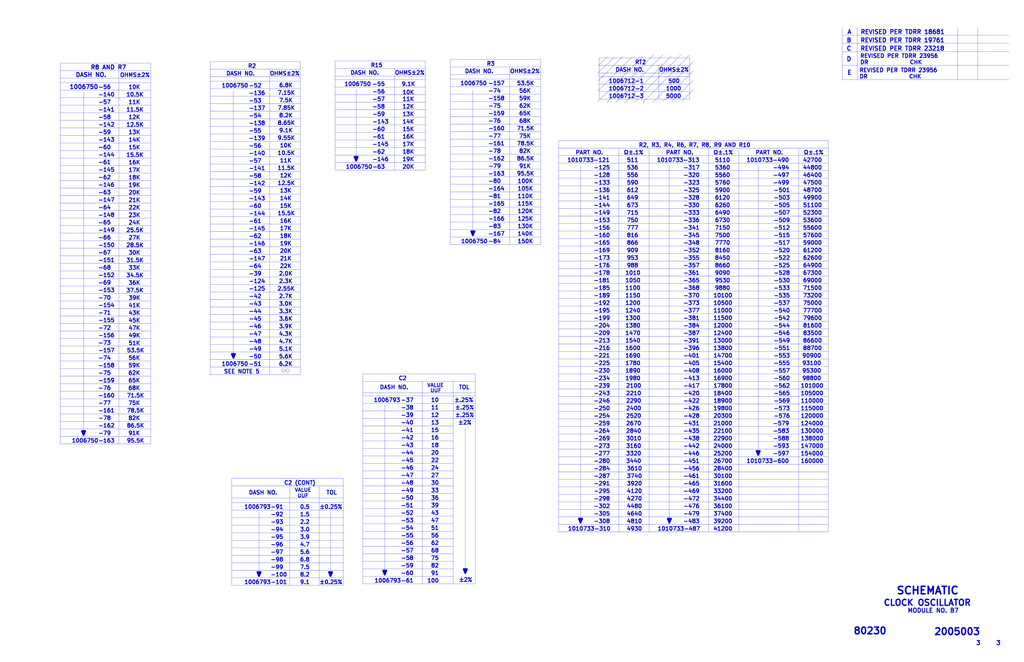
<source format=kicad_sch>
(kicad_sch (version 20211123) (generator eeschema)
  (paper "D")
  (polyline (pts (xy 563.245 437.8452) (xy 565.785 437.8452)) (stroke (width 1.524) (type solid)))
  (polyline (pts (xy 195.58 468.63) (xy 289.56 468.63)) (stroke (width 0) (type solid)))
  (polyline (pts (xy 282.575 64.135) (xy 358.775 64.135)) (stroke (width 0) (type solid)))
  (polyline (pts (xy 379.73 104.775) (xy 455.93 104.775)) (stroke (width 0) (type solid)))
  (polyline (pts (xy 527.05 86.995) (xy 566.42 46.99)) (stroke (width 0) (type solid)))
  (polyline (pts (xy 253.365 52.07) (xy 253.365 316.23)) (stroke (width 0) (type solid)))
  (polyline (pts (xy 50.8 273.05) (xy 127 273.05)) (stroke (width 0) (type solid)))
  (polyline (pts (xy 471.17 385.445) (xy 698.5 385.445)) (stroke (width 0) (type solid)))
  (polyline (pts (xy 555.625 55.245) (xy 555.625 83.82)) (stroke (width 0) (type solid)))
  (polyline (pts (xy 177.165 284.48) (xy 253.365 284.48)) (stroke (width 0) (type solid)))
  (polyline (pts (xy 306.07 372.11) (xy 382.27 372.11)) (stroke (width 0) (type solid)))
  (polyline (pts (xy 50.8 165.1) (xy 127 165.1)) (stroke (width 0) (type solid)))
  (polyline (pts (xy 564.515 440.69) (xy 564.515 139.7)) (stroke (width 0) (type solid)))
  (polyline (pts (xy 547.37 125.095) (xy 547.37 448.945)) (stroke (width 0) (type solid)))
  (polyline (pts (xy 282.575 111.76) (xy 358.775 111.76)) (stroke (width 0) (type solid)))
  (polyline (pts (xy 566.42 85.725) (xy 584.2 67.945)) (stroke (width 0) (type solid)))
  (polyline (pts (xy 306.07 486.41) (xy 382.27 486.41)) (stroke (width 0) (type solid)))
  (polyline (pts (xy 379.73 136.525) (xy 455.93 136.525)) (stroke (width 0) (type solid)))
  (polyline (pts (xy 306.07 321.945) (xy 400.685 321.945)) (stroke (width 0) (type solid)))
  (polyline (pts (xy 471.17 201.295) (xy 698.5 201.295)) (stroke (width 0) (type solid)))
  (polyline (pts (xy 50.8 342.9) (xy 127 342.9)) (stroke (width 0) (type solid)))
  (polyline (pts (xy 50.8 234.95) (xy 127 234.95)) (stroke (width 0) (type solid)))
  (polyline (pts (xy 306.07 416.56) (xy 382.27 416.56)) (stroke (width 0) (type solid)))
  (polyline (pts (xy 489.585 441.0202) (xy 488.315 437.8452)) (stroke (width 1.524) (type solid)))
  (polyline (pts (xy 379.73 66.675) (xy 455.93 66.675)) (stroke (width 0) (type solid)))
  (polyline (pts (xy 710.311 67.31) (xy 850.9 67.31)) (stroke (width 0) (type solid)))
  (polyline (pts (xy 471.17 239.395) (xy 698.5 239.395)) (stroke (width 0) (type solid)))
  (polyline (pts (xy 282.575 57.785) (xy 358.775 57.785)) (stroke (width 0) (type solid)))
  (polyline (pts (xy 638.175 380.6952) (xy 640.715 380.6952)) (stroke (width 1.524) (type solid)))
  (polyline (pts (xy 851.154 43.5864) (xy 710.565 43.5864)) (stroke (width 0) (type solid)))
  (polyline (pts (xy 282.575 130.81) (xy 358.775 130.81)) (stroke (width 0) (type solid)))
  (polyline (pts (xy 50.8 279.4) (xy 127 279.4)) (stroke (width 0) (type solid)))
  (polyline (pts (xy 306.07 473.71) (xy 382.27 473.71)) (stroke (width 0) (type solid)))
  (polyline (pts (xy 177.165 81.28) (xy 253.365 81.28)) (stroke (width 0) (type solid)))
  (polyline (pts (xy 379.73 117.475) (xy 455.93 117.475)) (stroke (width 0) (type solid)))
  (polyline (pts (xy 306.07 359.41) (xy 382.27 359.41)) (stroke (width 0) (type solid)))
  (polyline (pts (xy 306.07 441.96) (xy 382.27 441.96)) (stroke (width 0) (type solid)))
  (polyline (pts (xy 50.8 95.25) (xy 127 95.25)) (stroke (width 0) (type solid)))
  (polyline (pts (xy 505.46 71.12) (xy 581.66 71.12)) (stroke (width 0) (type solid)))
  (polyline (pts (xy 471.17 207.645) (xy 698.5 207.645)) (stroke (width 0) (type solid)))
  (polyline (pts (xy 306.07 391.16) (xy 382.27 391.16)) (stroke (width 0) (type solid)))
  (polyline (pts (xy 306.07 454.66) (xy 382.27 454.66)) (stroke (width 0) (type solid)))
  (polyline (pts (xy 391.16 480.3902) (xy 393.7 480.3902)) (stroke (width 1.524) (type solid)))
  (polyline (pts (xy 511.81 86.36) (xy 551.18 46.355)) (stroke (width 0) (type solid)))
  (polyline (pts (xy 177.165 297.18) (xy 253.365 297.18)) (stroke (width 0) (type solid)))
  (polyline (pts (xy 195.58 298.7802) (xy 198.12 298.7802)) (stroke (width 1.524) (type solid)))
  (polyline (pts (xy 306.07 340.36) (xy 400.685 340.36)) (stroke (width 0) (type solid)))
  (polyline (pts (xy 379.73 111.125) (xy 455.93 111.125)) (stroke (width 0) (type solid)))
  (polyline (pts (xy 50.8 203.2) (xy 127 203.2)) (stroke (width 0) (type solid)))
  (polyline (pts (xy 471.17 245.745) (xy 698.5 245.745)) (stroke (width 0) (type solid)))
  (polyline (pts (xy 177.165 220.98) (xy 253.365 220.98)) (stroke (width 0) (type solid)))
  (polyline (pts (xy 504.19 85.725) (xy 542.29 47.625)) (stroke (width 0) (type solid)))
  (polyline (pts (xy 471.17 360.045) (xy 698.5 360.045)) (stroke (width 0) (type solid)))
  (polyline (pts (xy 289.56 403.86) (xy 289.56 494.03)) (stroke (width 0) (type solid)))
  (polyline (pts (xy 471.17 315.595) (xy 698.5 315.595)) (stroke (width 0) (type solid)))
  (polyline (pts (xy 177.165 170.18) (xy 253.365 170.18)) (stroke (width 0) (type solid)))
  (polyline (pts (xy 282.575 105.41) (xy 358.775 105.41)) (stroke (width 0) (type solid)))
  (polyline (pts (xy 282.575 51.435) (xy 358.775 51.435)) (stroke (width 0) (type solid)))
  (polyline (pts (xy 471.17 175.895) (xy 698.5 175.895)) (stroke (width 0) (type solid)))
  (polyline (pts (xy 50.8 69.85) (xy 127 69.85)) (stroke (width 0) (type solid)))
  (polyline (pts (xy 400.05 195.2752) (xy 398.78 198.4502)) (stroke (width 1.524) (type solid)))
  (polyline (pts (xy 50.8 215.9) (xy 127 215.9)) (stroke (width 0) (type solid)))
  (polyline (pts (xy 177.165 64.77) (xy 253.365 64.77)) (stroke (width 0) (type solid)))
  (polyline (pts (xy 356.235 321.945) (xy 356.235 492.76)) (stroke (width 0) (type solid)))
  (polyline (pts (xy 306.07 410.21) (xy 382.27 410.21)) (stroke (width 0) (type solid)))
  (polyline (pts (xy 50.8 184.15) (xy 127 184.15)) (stroke (width 0) (type solid)))
  (polyline (pts (xy 50.8 209.55) (xy 127 209.55)) (stroke (width 0) (type solid)))
  (polyline (pts (xy 177.165 100.33) (xy 253.365 100.33)) (stroke (width 0) (type solid)))
  (polyline (pts (xy 195.58 443.23) (xy 289.56 443.23)) (stroke (width 0) (type solid)))
  (polyline (pts (xy 505.46 55.245) (xy 581.66 55.245)) (stroke (width 0) (type solid)))
  (polyline (pts (xy 177.165 278.13) (xy 253.365 278.13)) (stroke (width 0) (type solid)))
  (polyline (pts (xy 50.8 190.5) (xy 127 190.5)) (stroke (width 0) (type solid)))
  (polyline (pts (xy 505.46 48.895) (xy 505.46 83.82)) (stroke (width 0) (type solid)))
  (polyline (pts (xy 471.17 264.795) (xy 698.5 264.795)) (stroke (width 0) (type solid)))
  (polyline (pts (xy 50.8 171.45) (xy 127 171.45)) (stroke (width 0) (type solid)))
  (polyline (pts (xy 177.165 259.08) (xy 253.365 259.08)) (stroke (width 0) (type solid)))
  (polyline (pts (xy 306.07 492.76) (xy 400.685 492.76)) (stroke (width 0) (type solid)))
  (polyline (pts (xy 379.73 187.325) (xy 455.93 187.325)) (stroke (width 0) (type solid)))
  (polyline (pts (xy 698.5 448.945) (xy 698.5 118.745)) (stroke (width 0) (type solid)))
  (polyline (pts (xy 379.73 200.025) (xy 455.93 200.025)) (stroke (width 0) (type solid)))
  (polyline (pts (xy 471.17 366.395) (xy 698.5 366.395)) (stroke (width 0) (type solid)))
  (polyline (pts (xy 850.9 55.245) (xy 710.311 55.245)) (stroke (width 0) (type solid)))
  (polyline (pts (xy 505.46 61.595) (xy 581.66 61.595)) (stroke (width 0) (type solid)))
  (polyline (pts (xy 379.73 85.725) (xy 455.93 85.725)) (stroke (width 0) (type solid)))
  (polyline (pts (xy 306.07 461.01) (xy 382.27 461.01)) (stroke (width 0) (type solid)))
  (polyline (pts (xy 306.07 435.61) (xy 382.27 435.61)) (stroke (width 0) (type solid)))
  (polyline (pts (xy 217.17 482.9302) (xy 219.71 482.9302)) (stroke (width 1.524) (type solid)))
  (polyline (pts (xy 195.58 462.28) (xy 289.56 462.28)) (stroke (width 0) (type solid)))
  (polyline (pts (xy 177.165 182.88) (xy 253.365 182.88)) (stroke (width 0) (type solid)))
  (polyline (pts (xy 195.58 487.68) (xy 289.56 487.68)) (stroke (width 0) (type solid)))
  (polyline (pts (xy 471.17 188.595) (xy 698.5 188.595)) (stroke (width 0) (type solid)))
  (polyline (pts (xy 471.17 156.845) (xy 698.5 156.845)) (stroke (width 0) (type solid)))
  (polyline (pts (xy 195.58 410.21) (xy 289.56 410.21)) (stroke (width 0) (type solid)))
  (polyline (pts (xy 177.165 58.42) (xy 253.365 58.42)) (stroke (width 0) (type solid)))
  (polyline (pts (xy 69.215 363.855) (xy 71.755 363.855)) (stroke (width 1.524) (type solid)))
  (polyline (pts (xy 177.165 271.78) (xy 253.365 271.78)) (stroke (width 0) (type solid)))
  (polyline (pts (xy 324.485 484.8352) (xy 323.215 481.6602)) (stroke (width 1.524) (type solid)))
  (polyline (pts (xy 379.73 155.575) (xy 455.93 155.575)) (stroke (width 0) (type solid)))
  (polyline (pts (xy 50.8 241.3) (xy 127 241.3)) (stroke (width 0) (type solid)))
  (polyline (pts (xy 177.165 303.53) (xy 253.365 303.53)) (stroke (width 0) (type solid)))
  (polyline (pts (xy 70.485 367.03) (xy 69.215 363.855)) (stroke (width 1.524) (type solid)))
  (polyline (pts (xy 177.165 93.98) (xy 253.365 93.98)) (stroke (width 0) (type solid)))
  (polyline (pts (xy 50.8 59.69) (xy 127 59.69)) (stroke (width 0) (type solid)))
  (polyline (pts (xy 505.46 64.77) (xy 581.66 64.77)) (stroke (width 0) (type solid)))
  (polyline (pts (xy 379.73 50.165) (xy 455.93 50.165)) (stroke (width 0) (type solid)))
  (polyline (pts (xy 177.165 52.07) (xy 253.365 52.07)) (stroke (width 0) (type solid)))
  (polyline (pts (xy 471.17 442.595) (xy 698.5 442.595)) (stroke (width 0) (type solid)))
  (polyline (pts (xy 306.07 384.81) (xy 382.27 384.81)) (stroke (width 0) (type solid)))
  (polyline (pts (xy 50.8 374.65) (xy 127 374.65)) (stroke (width 0) (type solid)))
  (polyline (pts (xy 50.8 127) (xy 127 127)) (stroke (width 0) (type solid)))
  (polyline (pts (xy 177.165 240.03) (xy 253.365 240.03)) (stroke (width 0) (type solid)))
  (polyline (pts (xy 71.755 363.855) (xy 70.485 367.03)) (stroke (width 1.524) (type solid)))
  (polyline (pts (xy 177.165 113.03) (xy 253.365 113.03)) (stroke (width 0) (type solid)))
  (polyline (pts (xy 471.17 137.795) (xy 698.5 137.795)) (stroke (width 0) (type solid)))
  (polyline (pts (xy 807.6946 23.3426) (xy 807.6946 67.2592)) (stroke (width 0) (type solid)))
  (polyline (pts (xy 471.17 410.845) (xy 698.5 410.845)) (stroke (width 0) (type solid)))
  (polyline (pts (xy 195.58 494.03) (xy 289.56 494.03)) (stroke (width 0) (type solid)))
  (polyline (pts (xy 50.8 53.34) (xy 127 53.34)) (stroke (width 0) (type solid)))
  (polyline (pts (xy 400.685 315.595) (xy 400.685 492.76)) (stroke (width 0) (type solid)))
  (polyline (pts (xy 282.575 73.66) (xy 358.775 73.66)) (stroke (width 0) (type solid)))
  (polyline (pts (xy 50.8 311.15) (xy 127 311.15)) (stroke (width 0) (type solid)))
  (polyline (pts (xy 50.8 53.34) (xy 50.8 374.65)) (stroke (width 0) (type solid)))
  (polyline (pts (xy 306.07 315.595) (xy 400.685 315.595)) (stroke (width 0) (type solid)))
  (polyline (pts (xy 325.755 481.6602) (xy 324.485 484.8352)) (stroke (width 1.524) (type solid)))
  (polyline (pts (xy 471.17 226.695) (xy 698.5 226.695)) (stroke (width 0) (type solid)))
  (polyline (pts (xy 280.035 482.9302) (xy 278.765 486.1052)) (stroke (width 1.524) (type solid)))
  (polyline (pts (xy 379.73 56.515) (xy 455.93 56.515)) (stroke (width 0) (type solid)))
  (polyline (pts (xy 50.8 336.55) (xy 127 336.55)) (stroke (width 0) (type solid)))
  (polyline (pts (xy 471.17 277.495) (xy 698.5 277.495)) (stroke (width 0) (type solid)))
  (polyline (pts (xy 177.165 201.93) (xy 253.365 201.93)) (stroke (width 0) (type solid)))
  (polyline (pts (xy 471.17 302.895) (xy 698.5 302.895)) (stroke (width 0) (type solid)))
  (polyline (pts (xy 177.165 316.23) (xy 253.365 316.23)) (stroke (width 0) (type solid)))
  (polyline (pts (xy 504.19 55.88) (xy 512.445 47.625)) (stroke (width 0) (type solid)))
  (polyline (pts (xy 332.74 57.785) (xy 332.74 143.51)) (stroke (width 0) (type solid)))
  (polyline (pts (xy 521.97 125.095) (xy 521.97 448.945)) (stroke (width 0) (type solid)))
  (polyline (pts (xy 379.73 92.075) (xy 455.93 92.075)) (stroke (width 0) (type solid)))
  (polyline (pts (xy 177.165 176.53) (xy 253.365 176.53)) (stroke (width 0) (type solid)))
  (polyline (pts (xy 127 53.34) (xy 127 374.65)) (stroke (width 0) (type solid)))
  (polyline (pts (xy 50.8 158.75) (xy 127 158.75)) (stroke (width 0) (type solid)))
  (polyline (pts (xy 177.165 265.43) (xy 253.365 265.43)) (stroke (width 0) (type solid)))
  (polyline (pts (xy 532.765 48.26) (xy 504.19 76.835)) (stroke (width 0) (type solid)))
  (polyline (pts (xy 177.165 309.88) (xy 253.365 309.88)) (stroke (width 0) (type solid)))
  (polyline (pts (xy 177.165 290.83) (xy 253.365 290.83)) (stroke (width 0) (type solid)))
  (polyline (pts (xy 471.17 328.295) (xy 698.5 328.295)) (stroke (width 0) (type solid)))
  (polyline (pts (xy 306.07 429.26) (xy 382.27 429.26)) (stroke (width 0) (type solid)))
  (polyline (pts (xy 379.73 161.925) (xy 455.93 161.925)) (stroke (width 0) (type solid)))
  (polyline (pts (xy 50.8 152.4) (xy 127 152.4)) (stroke (width 0) (type solid)))
  (polyline (pts (xy 299.085 132.4102) (xy 301.625 132.4102)) (stroke (width 1.524) (type solid)))
  (polyline (pts (xy 379.73 149.225) (xy 455.93 149.225)) (stroke (width 0) (type solid)))
  (polyline (pts (xy 50.8 107.95) (xy 127 107.95)) (stroke (width 0) (type solid)))
  (polyline (pts (xy 398.78 198.4502) (xy 397.51 195.2752)) (stroke (width 1.524) (type solid)))
  (polyline (pts (xy 282.575 51.435) (xy 282.575 143.51)) (stroke (width 0) (type solid)))
  (polyline (pts (xy 50.8 196.85) (xy 127 196.85)) (stroke (width 0) (type solid)))
  (polyline (pts (xy 382.27 492.76) (xy 382.27 321.945)) (stroke (width 0) (type solid)))
  (polyline (pts (xy 379.73 130.175) (xy 455.93 130.175)) (stroke (width 0) (type solid)))
  (polyline (pts (xy 50.8 66.04) (xy 127 66.04)) (stroke (width 0) (type solid)))
  (polyline (pts (xy 471.17 131.445) (xy 698.5 131.445)) (stroke (width 0) (type solid)))
  (polyline (pts (xy 282.575 137.16) (xy 358.775 137.16)) (stroke (width 0) (type solid)))
  (polyline (pts (xy 282.575 118.11) (xy 358.775 118.11)) (stroke (width 0) (type solid)))
  (polyline (pts (xy 195.58 481.33) (xy 289.56 481.33)) (stroke (width 0) (type solid)))
  (polyline (pts (xy 195.58 424.18) (xy 289.56 424.18)) (stroke (width 0) (type solid)))
  (polyline (pts (xy 177.165 87.63) (xy 253.365 87.63)) (stroke (width 0) (type solid)))
  (polyline (pts (xy 471.17 347.345) (xy 698.5 347.345)) (stroke (width 0) (type solid)))
  (polyline (pts (xy 673.735 125.095) (xy 673.735 448.945)) (stroke (width 0) (type solid)))
  (polyline (pts (xy 218.44 431.8) (xy 218.44 486.41)) (stroke (width 0) (type solid)))
  (polyline (pts (xy 195.58 403.86) (xy 289.56 403.86)) (stroke (width 0) (type solid)))
  (polyline (pts (xy 471.17 391.795) (xy 698.5 391.795)) (stroke (width 0) (type solid)))
  (polyline (pts (xy 50.8 247.65) (xy 127 247.65)) (stroke (width 0) (type solid)))
  (polyline (pts (xy 50.8 88.9) (xy 127 88.9)) (stroke (width 0) (type solid)))
  (polyline (pts (xy 639.445 383.8702) (xy 638.175 380.6952)) (stroke (width 1.524) (type solid)))
  (polyline (pts (xy 177.165 52.07) (xy 177.165 316.23)) (stroke (width 0) (type solid)))
  (polyline (pts (xy 50.8 177.8) (xy 127 177.8)) (stroke (width 0) (type solid)))
  (polyline (pts (xy 195.58 455.93) (xy 289.56 455.93)) (stroke (width 0) (type solid)))
  (polyline (pts (xy 50.8 355.6) (xy 127 355.6)) (stroke (width 0) (type solid)))
  (polyline (pts (xy 518.16 48.26) (xy 504.19 61.595)) (stroke (width 0) (type solid)))
  (polyline (pts (xy 471.17 182.245) (xy 698.5 182.245)) (stroke (width 0) (type solid)))
  (polyline (pts (xy 640.715 380.6952) (xy 639.445 383.8702)) (stroke (width 1.524) (type solid)))
  (polyline (pts (xy 50.8 292.1) (xy 127 292.1)) (stroke (width 0) (type solid)))
  (polyline (pts (xy 50.8 114.3) (xy 127 114.3)) (stroke (width 0) (type solid)))
  (polyline (pts (xy 269.24 410.845) (xy 269.24 494.03)) (stroke (width 0) (type solid)))
  (polyline (pts (xy 392.43 483.5652) (xy 391.16 480.3902)) (stroke (width 1.524) (type solid)))
  (polyline (pts (xy 471.17 194.945) (xy 698.5 194.945)) (stroke (width 0) (type solid)))
  (polyline (pts (xy 542.29 86.36) (xy 581.66 46.355)) (stroke (width 0) (type solid)))
  (polyline (pts (xy 471.17 423.545) (xy 698.5 423.545)) (stroke (width 0) (type solid)))
  (polyline (pts (xy 177.165 74.93) (xy 253.365 74.93)) (stroke (width 0) (type solid)))
  (polyline (pts (xy 50.8 254) (xy 127 254)) (stroke (width 0) (type solid)))
  (polyline (pts (xy 50.8 349.25) (xy 127 349.25)) (stroke (width 0) (type solid)))
  (polyline (pts (xy 50.8 298.45) (xy 127 298.45)) (stroke (width 0) (type solid)))
  (polyline (pts (xy 558.8 85.725) (xy 584.835 59.69)) (stroke (width 0) (type solid)))
  (polyline (pts (xy 379.73 168.275) (xy 455.93 168.275)) (stroke (width 0) (type solid)))
  (polyline (pts (xy 471.17 334.645) (xy 698.5 334.645)) (stroke (width 0) (type solid)))
  (polyline (pts (xy 282.575 67.31) (xy 358.775 67.31)) (stroke (width 0) (type solid)))
  (polyline (pts (xy 379.73 98.425) (xy 455.93 98.425)) (stroke (width 0) (type solid)))
  (polyline (pts (xy 710.311 23.368) (xy 710.311 67.31)) (stroke (width 0) (type solid)))
  (polyline (pts (xy 306.07 346.71) (xy 400.685 346.71)) (stroke (width 0) (type solid)))
  (polyline (pts (xy 282.575 124.46) (xy 358.775 124.46)) (stroke (width 0) (type solid)))
  (polyline (pts (xy 300.355 75.565) (xy 300.355 135.89)) (stroke (width 0) (type solid)))
  (polyline (pts (xy 597.535 125.095) (xy 597.535 448.945)) (stroke (width 0) (type solid)))
  (polyline (pts (xy 379.73 180.975) (xy 455.93 180.975)) (stroke (width 0) (type solid)))
  (polyline (pts (xy 177.165 214.63) (xy 253.365 214.63)) (stroke (width 0) (type solid)))
  (polyline (pts (xy 306.07 334.01) (xy 400.685 334.01)) (stroke (width 0) (type solid)))
  (polyline (pts (xy 398.78 198.755) (xy 398.78 76.2)) (stroke (width 0) (type solid)))
  (polyline (pts (xy 50.8 76.2) (xy 127 76.2)) (stroke (width 0) (type solid)))
  (polyline (pts (xy 195.58 403.86) (xy 195.58 494.03)) (stroke (width 0) (type solid)))
  (polyline (pts (xy 177.165 138.43) (xy 253.365 138.43)) (stroke (width 0) (type solid)))
  (polyline (pts (xy 851.0524 36.5252) (xy 710.4634 36.5252)) (stroke (width 0) (type solid)))
  (polyline (pts (xy 177.165 208.28) (xy 253.365 208.28)) (stroke (width 0) (type solid)))
  (polyline (pts (xy 379.73 142.875) (xy 455.93 142.875)) (stroke (width 0) (type solid)))
  (polyline (pts (xy 198.12 298.7802) (xy 196.85 301.9552)) (stroke (width 1.524) (type solid)))
  (polyline (pts (xy 471.17 398.145) (xy 698.5 398.145)) (stroke (width 0) (type solid)))
  (polyline (pts (xy 471.17 340.995) (xy 698.5 340.995)) (stroke (width 0) (type solid)))
  (polyline (pts (xy 50.8 368.3) (xy 127 368.3)) (stroke (width 0) (type solid)))
  (polyline (pts (xy 471.17 309.245) (xy 698.5 309.245)) (stroke (width 0) (type solid)))
  (polyline (pts (xy 505.46 77.47) (xy 581.66 77.47)) (stroke (width 0) (type solid)))
  (polyline (pts (xy 471.17 372.745) (xy 698.5 372.745)) (stroke (width 0) (type solid)))
  (polyline (pts (xy 471.17 169.545) (xy 698.5 169.545)) (stroke (width 0) (type solid)))
  (polyline (pts (xy 306.07 378.46) (xy 382.27 378.46)) (stroke (width 0) (type solid)))
  (polyline (pts (xy 195.58 474.98) (xy 289.56 474.98)) (stroke (width 0) (type solid)))
  (polyline (pts (xy 196.85 302.26) (xy 196.85 76.835)) (stroke (width 0) (type solid)))
  (polyline (pts (xy 471.17 379.095) (xy 698.5 379.095)) (stroke (width 0) (type solid)))
  (polyline (pts (xy 535.305 85.725) (xy 574.04 46.355)) (stroke (width 0) (type solid)))
  (polyline (pts (xy 282.575 143.51) (xy 358.775 143.51)) (stroke (width 0) (type solid)))
  (polyline (pts (xy 177.165 233.68) (xy 253.365 233.68)) (stroke (width 0) (type solid)))
  (polyline (pts (xy 50.8 228.6) (xy 127 228.6)) (stroke (width 0) (type solid)))
  (polyline (pts (xy 471.17 118.745) (xy 471.17 448.945)) (stroke (width 0) (type solid)))
  (polyline (pts (xy 177.165 163.83) (xy 253.365 163.83)) (stroke (width 0) (type solid)))
  (polyline (pts (xy 50.8 146.05) (xy 127 146.05)) (stroke (width 0) (type solid)))
  (polyline (pts (xy 195.58 430.53) (xy 289.56 430.53)) (stroke (width 0) (type solid)))
  (polyline (pts (xy 282.575 99.06) (xy 358.775 99.06)) (stroke (width 0) (type solid)))
  (polyline (pts (xy 722.9856 23.3934) (xy 722.9856 67.2846)) (stroke (width 0) (type solid)))
  (polyline (pts (xy 278.765 431.8) (xy 278.765 486.41)) (stroke (width 0) (type solid)))
  (polyline (pts (xy 397.51 195.2752) (xy 400.05 195.2752)) (stroke (width 1.524) (type solid)))
  (polyline (pts (xy 196.85 301.9552) (xy 195.58 298.7802)) (stroke (width 1.524) (type solid)))
  (polyline (pts (xy 278.765 486.1052) (xy 277.495 482.9302)) (stroke (width 1.524) (type solid)))
  (polyline (pts (xy 100.33 59.69) (xy 100.33 374.65)) (stroke (width 0) (type solid)))
  (polyline (pts (xy 323.215 481.6602) (xy 325.755 481.6602)) (stroke (width 1.524) (type solid)))
  (polyline (pts (xy 50.8 260.35) (xy 127 260.35)) (stroke (width 0) (type solid)))
  (polyline (pts (xy 488.315 437.8452) (xy 490.855 437.8452)) (stroke (width 1.524) (type solid)))
  (polyline (pts (xy 177.165 106.68) (xy 253.365 106.68)) (stroke (width 0) (type solid)))
  (polyline (pts (xy 379.73 50.165) (xy 379.73 206.375)) (stroke (width 0) (type solid)))
  (polyline (pts (xy 622.935 125.095) (xy 622.935 448.945)) (stroke (width 0) (type solid)))
  (polyline (pts (xy 219.71 482.9302) (xy 218.44 486.1052)) (stroke (width 1.524) (type solid)))
  (polyline (pts (xy 218.44 486.1052) (xy 217.17 482.9302)) (stroke (width 1.524) (type solid)))
  (polyline (pts (xy 471.17 144.145) (xy 698.5 144.145)) (stroke (width 0) (type solid)))
  (polyline (pts (xy 471.17 296.545) (xy 698.5 296.545)) (stroke (width 0) (type solid)))
  (polyline (pts (xy 50.8 120.65) (xy 127 120.65)) (stroke (width 0) (type solid)))
  (polyline (pts (xy 306.07 467.36) (xy 382.27 467.36)) (stroke (width 0) (type solid)))
  (polyline (pts (xy 471.17 290.195) (xy 698.5 290.195)) (stroke (width 0) (type solid)))
  (polyline (pts (xy 177.165 125.73) (xy 253.365 125.73)) (stroke (width 0) (type solid)))
  (polyline (pts (xy 550.545 86.36) (xy 584.835 52.07)) (stroke (width 0) (type solid)))
  (polyline (pts (xy 277.495 482.9302) (xy 280.035 482.9302)) (stroke (width 1.524) (type solid)))
  (polyline (pts (xy 227.33 58.42) (xy 227.33 316.23)) (stroke (width 0) (type solid)))
  (polyline (pts (xy 393.7 480.3902) (xy 392.43 483.5652)) (stroke (width 1.524) (type solid)))
  (polyline (pts (xy 50.8 82.55) (xy 127 82.55)) (stroke (width 0) (type solid)))
  (polyline (pts (xy 306.07 480.06) (xy 382.27 480.06)) (stroke (width 0) (type solid)))
  (polyline (pts (xy 379.73 73.025) (xy 455.93 73.025)) (stroke (width 0) (type solid)))
  (polyline (pts (xy 282.575 86.36) (xy 358.775 86.36)) (stroke (width 0) (type solid)))
  (polyline (pts (xy 300.355 135.5852) (xy 299.085 132.4102)) (stroke (width 1.524) (type solid)))
  (polyline (pts (xy 195.58 449.58) (xy 289.56 449.58)) (stroke (width 0) (type solid)))
  (polyline (pts (xy 195.58 420.37) (xy 289.56 420.37)) (stroke (width 0) (type solid)))
  (polyline (pts (xy 471.17 429.895) (xy 698.5 429.895)) (stroke (width 0) (type solid)))
  (polyline (pts (xy 505.46 48.895) (xy 581.66 48.895)) (stroke (width 0) (type solid)))
  (polyline (pts (xy 50.8 222.25) (xy 127 222.25)) (stroke (width 0) (type solid)))
  (polyline (pts (xy 379.73 79.375) (xy 455.93 79.375)) (stroke (width 0) (type solid)))
  (polyline (pts (xy 574.675 85.725) (xy 584.835 75.565)) (stroke (width 0) (type solid)))
  (polyline (pts (xy 471.17 258.445) (xy 698.5 258.445)) (stroke (width 0) (type solid)))
  (polyline (pts (xy 50.8 361.95) (xy 127 361.95)) (stroke (width 0) (type solid)))
  (polyline (pts (xy 50.8 317.5) (xy 127 317.5)) (stroke (width 0) (type solid)))
  (polyline (pts (xy 177.165 151.13) (xy 253.365 151.13)) (stroke (width 0) (type solid)))
  (polyline (pts (xy 471.17 118.745) (xy 698.5 118.745)) (stroke (width 0) (type solid)))
  (polyline (pts (xy 195.58 436.88) (xy 289.56 436.88)) (stroke (width 0) (type solid)))
  (polyline (pts (xy 306.07 353.06) (xy 400.685 353.06)) (stroke (width 0) (type solid)))
  (polyline (pts (xy 504.19 68.58) (xy 525.145 47.625)) (stroke (width 0) (type solid)))
  (polyline (pts (xy 177.165 252.73) (xy 253.365 252.73)) (stroke (width 0) (type solid)))
  (polyline (pts (xy 324.485 485.14) (xy 324.485 341.63)) (stroke (width 0) (type solid)))
  (polyline (pts (xy 50.8 285.75) (xy 127 285.75)) (stroke (width 0) (type solid)))
  (polyline (pts (xy 282.575 80.01) (xy 358.775 80.01)) (stroke (width 0) (type solid)))
  (polyline (pts (xy 505.46 83.82) (xy 581.66 83.82)) (stroke (width 0) (type solid)))
  (polyline (pts (xy 490.855 437.8452) (xy 489.585 441.0202)) (stroke (width 1.524) (type solid)))
  (polyline (pts (xy 306.07 315.595) (xy 306.07 492.76)) (stroke (width 0) (type solid)))
  (polyline (pts (xy 177.165 227.33) (xy 253.365 227.33)) (stroke (width 0) (type solid)))
  (polyline (pts (xy 850.9508 29.6926) (xy 710.3618 29.6926)) (stroke (width 0) (type solid)))
  (polyline (pts (xy 306.07 448.31) (xy 382.27 448.31)) (stroke (width 0) (type solid)))
  (polyline (pts (xy 50.8 133.35) (xy 127 133.35)) (stroke (width 0) (type solid)))
  (polyline (pts (xy 358.775 51.435) (xy 358.775 143.51)) (stroke (width 0) (type solid)))
  (polyline (pts (xy 177.165 195.58) (xy 253.365 195.58)) (stroke (width 0) (type solid)))
  (polyline (pts (xy 379.73 206.375) (xy 455.93 206.375)) (stroke (width 0) (type solid)))
  (polyline (pts (xy 471.17 252.095) (xy 698.5 252.095)) (stroke (width 0) (type solid)))
  (polyline (pts (xy 50.8 139.7) (xy 127 139.7)) (stroke (width 0) (type solid)))
  (polyline (pts (xy 306.07 397.51) (xy 382.27 397.51)) (stroke (width 0) (type solid)))
  (polyline (pts (xy 471.17 163.195) (xy 698.5 163.195)) (stroke (width 0) (type solid)))
  (polyline (pts (xy 306.07 403.86) (xy 382.27 403.86)) (stroke (width 0) (type solid)))
  (polyline (pts (xy 824.611 23.368) (xy 824.611 67.2846)) (stroke (width 0) (type solid)))
  (polyline (pts (xy 177.165 157.48) (xy 253.365 157.48)) (stroke (width 0) (type solid)))
  (polyline (pts (xy 177.165 132.08) (xy 253.365 132.08)) (stroke (width 0) (type solid)))
  (polyline (pts (xy 429.895 56.515) (xy 429.895 206.375)) (stroke (width 0) (type solid)))
  (polyline (pts (xy 70.485 367.03) (xy 70.485 78.105)) (stroke (width 0) (type solid)))
  (polyline (pts (xy 489.585 440.69) (xy 489.585 139.7)) (stroke (width 0) (type solid)))
  (polyline (pts (xy 50.8 304.8) (xy 127 304.8)) (stroke (width 0) (type solid)))
  (polyline (pts (xy 471.17 233.045) (xy 698.5 233.045)) (stroke (width 0) (type solid)))
  (polyline (pts (xy 306.07 365.76) (xy 382.27 365.76)) (stroke (width 0) (type solid)))
  (polyline (pts (xy 581.66 48.895) (xy 581.66 83.82)) (stroke (width 0) (type solid)))
  (polyline (pts (xy 177.165 68.58) (xy 253.365 68.58)) (stroke (width 0) (type solid)))
  (polyline (pts (xy 177.165 189.23) (xy 253.365 189.23)) (stroke (width 0) (type solid)))
  (polyline (pts (xy 639.445 139.065) (xy 639.445 383.54)) (stroke (width 0) (type solid)))
  (polyline (pts (xy 471.17 448.945) (xy 698.5 448.945)) (stroke (width 0) (type solid)))
  (polyline (pts (xy 471.17 404.495) (xy 698.5 404.495)) (stroke (width 0) (type solid)))
  (polyline (pts (xy 471.17 125.095) (xy 698.5 125.095)) (stroke (width 0) (type solid)))
  (polyline (pts (xy 471.17 283.845) (xy 698.5 283.845)) (stroke (width 0) (type solid)))
  (polyline (pts (xy 50.8 266.7) (xy 127 266.7)) (stroke (width 0) (type solid)))
  (polyline (pts (xy 565.785 437.8452) (xy 564.515 441.0202)) (stroke (width 1.524) (type solid)))
  (polyline (pts (xy 471.17 150.495) (xy 698.5 150.495)) (stroke (width 0) (type solid)))
  (polyline (pts (xy 471.17 213.995) (xy 698.5 213.995)) (stroke (width 0) (type solid)))
  (polyline (pts (xy 379.73 174.625) (xy 455.93 174.625)) (stroke (width 0) (type solid)))
  (polyline (pts (xy 177.165 144.78) (xy 253.365 144.78)) (stroke (width 0) (type solid)))
  (polyline (pts (xy 455.93 206.375) (xy 455.93 50.165)) (stroke (width 0) (type solid)))
  (polyline (pts (xy 50.8 323.85) (xy 127 323.85)) (stroke (width 0) (type solid)))
  (polyline (pts (xy 392.43 483.87) (xy 392.43 360.68)) (stroke (width 0) (type solid)))
  (polyline (pts (xy 244.475 410.21) (xy 244.475 494.03)) (stroke (width 0) (type solid)))
  (polyline (pts (xy 306.07 422.91) (xy 382.27 422.91)) (stroke (width 0) (type solid)))
  (polyline (pts (xy 50.8 101.6) (xy 127 101.6)) (stroke (width 0) (type solid)))
  (polyline (pts (xy 471.17 321.945) (xy 698.5 321.945)) (stroke (width 0) (type solid)))
  (polyline (pts (xy 379.73 193.675) (xy 455.93 193.675)) (stroke (width 0) (type solid)))
  (polyline (pts (xy 379.73 123.825) (xy 455.93 123.825)) (stroke (width 0) (type solid)))
  (polyline (pts (xy 471.17 271.145) (xy 698.5 271.145)) (stroke (width 0) (type solid)))
  (polyline (pts (xy 379.73 62.865) (xy 455.93 62.865)) (stroke (width 0) (type solid)))
  (polyline (pts (xy 564.515 441.0202) (xy 563.245 437.8452)) (stroke (width 1.524) (type solid)))
  (polyline (pts (xy 306.07 331.47) (xy 400.685 331.47)) (stroke (width 0) (type solid)))
  (polyline (pts (xy 519.43 86.36) (xy 558.8 46.355)) (stroke (width 0) (type solid)))
  (polyline (pts (xy 471.17 353.695) (xy 698.5 353.695)) (stroke (width 0) (type solid)))
  (polyline (pts (xy 177.165 119.38) (xy 253.365 119.38)) (stroke (width 0) (type solid)))
  (polyline (pts (xy 50.8 330.2) (xy 127 330.2)) (stroke (width 0) (type solid)))
  (polyline (pts (xy 471.17 436.245) (xy 698.5 436.245)) (stroke (width 0) (type solid)))
  (polyline (pts (xy 471.17 220.345) (xy 698.5 220.345)) (stroke (width 0) (type solid)))
  (polyline (pts (xy 282.575 92.71) (xy 358.775 92.71)) (stroke (width 0) (type solid)))
  (polyline (pts (xy 471.17 417.195) (xy 698.5 417.195)) (stroke (width 0) (type solid)))
  (polyline (pts (xy 177.165 246.38) (xy 253.365 246.38)) (stroke (width 0) (type solid)))
  (polyline (pts (xy 301.625 132.4102) (xy 300.355 135.5852)) (stroke (width 1.524) (type solid)))
  (text "3320" (at 527.685 384.81 0) (effects (font (size 3.302 3.302) (thickness 0.6604) bold) (justify left bottom)))
  (text "22" (at 363.22 390.525 0) (effects (font (size 3.302 3.302) (thickness 0.6604) bold) (justify left bottom)))
  (text "OHMS±2%" (at 429.895 62.23 0) (effects (font (size 3.302 3.302) (thickness 0.6604) bold) (justify left bottom)))
  (text "13K" (at 108.1024 113.6904 0) (effects (font (size 3.302 3.302) (thickness 0.6604) bold) (justify left bottom)))
  (text "-515" (at 652.145 200.66 0) (effects (font (size 3.302 3.302) (thickness 0.6604) bold) (justify left bottom)))
  (text "-78" (at 82.55 354.965 0) (effects (font (size 3.302 3.302) (thickness 0.6604) bold) (justify left bottom)))
  (text "-176" (at 500.38 226.06 0) (effects (font (size 3.302 3.302) (thickness 0.6604) bold) (justify left bottom)))
  (text "-465" (at 575.945 410.21 0) (effects (font (size 3.302 3.302) (thickness 0.6604) bold) (justify left bottom)))
  (text "23K" (at 108.1024 183.642 0) (effects (font (size 3.302 3.302) (thickness 0.6604) bold) (justify left bottom)))
  (text "115K" (at 436.245 173.99 0) (effects (font (size 3.302 3.302) (thickness 0.6604) bold) (justify left bottom)))
  (text "-517" (at 652.145 207.01 0) (effects (font (size 3.302 3.302) (thickness 0.6604) bold) (justify left bottom)))
  (text "-44" (at 337.82 384.175 0) (effects (font (size 3.302 3.302) (thickness 0.6604) bold) (justify left bottom)))
  (text "SCHEMATIC" (at 755.65 502.285 0) (effects (font (size 6.35 6.35) (thickness 1.27) bold) (justify left bottom)))
  (text "-588" (at 651.51 372.11 0) (effects (font (size 3.302 3.302) (thickness 0.6604) bold) (justify left bottom)))
  (text "-246" (at 500.38 340.36 0) (effects (font (size 3.302 3.302) (thickness 0.6604) bold) (justify left bottom)))
  (text "-401" (at 575.945 302.26 0) (effects (font (size 3.302 3.302) (thickness 0.6604) bold) (justify left bottom)))
  (text "4810" (at 528.32 441.96 0) (effects (font (size 3.302 3.302) (thickness 0.6604) bold) (justify left bottom)))
  (text "-163" (at 411.48 148.59 0) (effects (font (size 3.302 3.302) (thickness 0.6604) bold) (justify left bottom)))
  (text "7.15K" (at 233.8324 80.4418 0) (effects (font (size 3.302 3.302) (thickness 0.6604) bold) (justify left bottom)))
  (text "-158" (at 411.48 85.09 0) (effects (font (size 3.302 3.302) (thickness 0.6604) bold) (justify left bottom)))
  (text "±.25%" (at 383.54 352.425 0) (effects (font (size 3.302 3.302) (thickness 0.6604) bold) (justify left bottom)))
  (text "-431" (at 575.945 359.41 0) (effects (font (size 3.302 3.302) (thickness 0.6604) bold) (justify left bottom)))
  (text "-162" (at 82.55 361.315 0) (effects (font (size 3.302 3.302) (thickness 0.6604) bold) (justify left bottom)))
  (text "15.5K" (at 106.1974 132.842 0) (effects (font (size 3.302 3.302) (thickness 0.6604) bold) (justify left bottom)))
  (text "56" (at 363.22 454.025 0) (effects (font (size 3.302 3.302) (thickness 0.6604) bold) (justify left bottom)))
  (text "75" (at 363.22 473.075 0) (effects (font (size 3.302 3.302) (thickness 0.6604) bold) (justify left bottom)))
  (text "80230" (at 719.455 535.94 0) (effects (font (size 5.715 5.715) (thickness 1.143) bold) (justify left bottom)))
  (text "-42" (at 209.55 252.095 0) (effects (font (size 3.302 3.302) (thickness 0.6604) bold) (justify left bottom)))
  (text "-345" (at 575.945 200.66 0) (effects (font (size 3.302 3.302) (thickness 0.6604) bold) (justify left bottom)))
  (text "-100" (at 227.965 487.045 0) (effects (font (size 3.302 3.302) (thickness 0.6604) bold) (justify left bottom)))
  (text "-75" (at 411.48 91.44 0) (effects (font (size 3.302 3.302) (thickness 0.6604) bold) (justify left bottom)))
  (text "30" (at 363.22 409.575 0) (effects (font (size 3.302 3.302) (thickness 0.6604) bold) (justify left bottom)))
  (text "-60" (at 313.69 111.125 0) (effects (font (size 3.302 3.302) (thickness 0.6604) bold) (justify left bottom)))
  (text "-59" (at 82.55 113.665 0) (effects (font (size 3.302 3.302) (thickness 0.6604) bold) (justify left bottom)))
  (text "71500" (at 676.91 245.11 0) (effects (font (size 3.302 3.302) (thickness 0.6604) bold) (justify left bottom)))
  (text "2.3K" (at 234.95 239.395 0) (effects (font (size 3.302 3.302) (thickness 0.6604) bold) (justify left bottom)))
  (text "19800" (at 601.345 346.71 0) (effects (font (size 3.302 3.302) (thickness 0.6604) bold) (justify left bottom)))
  (text "-505" (at 652.145 175.26 0) (effects (font (size 3.302 3.302) (thickness 0.6604) bold) (justify left bottom)))
  (text "-499" (at 651.51 156.21 0) (effects (font (size 3.302 3.302) (thickness 0.6604) bold) (justify left bottom)))
  (text "-280" (at 500.38 391.16 0) (effects (font (size 3.302 3.302) (thickness 0.6604) bold) (justify left bottom)))
  (text "65K" (at 437.515 97.79 0) (effects (font (size 3.302 3.302) (thickness 0.6604) bold) (justify left bottom)))
  (text "-62" (at 209.55 201.295 0) (effects (font (size 3.302 3.302) (thickness 0.6604) bold) (justify left bottom)))
  (text "-57" (at 337.82 466.725 0) (effects (font (size 3.302 3.302) (thickness 0.6604) bold) (justify left bottom)))
  (text "15" (at 363.22 365.125 0) (effects (font (size 3.302 3.302) (thickness 0.6604) bold) (justify left bottom)))
  (text "36K" (at 108.1024 240.792 0) (effects (font (size 3.302 3.302) (thickness 0.6604) bold) (justify left bottom)))
  (text "-361" (at 575.945 232.41 0) (effects (font (size 3.302 3.302) (thickness 0.6604) bold) (justify left bottom)))
  (text "750" (at 528.32 187.96 0) (effects (font (size 3.302 3.302) (thickness 0.6604) bold) (justify left bottom)))
  (text "1240" (at 527.05 264.16 0) (effects (font (size 3.302 3.302) (thickness 0.6604) bold) (justify left bottom)))
  (text "39200" (at 601.345 441.96 0) (effects (font (size 3.302 3.302) (thickness 0.6604) bold) (justify left bottom)))
  (text "-569" (at 652.145 340.36 0) (effects (font (size 3.302 3.302) (thickness 0.6604) bold) (justify left bottom)))
  (text "-76" (at 82.55 329.565 0) (effects (font (size 3.302 3.302) (thickness 0.6604) bold) (justify left bottom)))
  (text "-78" (at 411.48 129.54 0) (effects (font (size 3.302 3.302) (thickness 0.6604) bold) (justify left bottom)))
  (text "61200" (at 676.91 213.36 0) (effects (font (size 3.302 3.302) (thickness 0.6604) bold) (justify left bottom)))
  (text "62" (at 363.22 460.375 0) (effects (font (size 3.302 3.302) (thickness 0.6604) bold) (justify left bottom)))
  (text "3.0K" (at 234.95 258.445 0) (effects (font (size 3.302 3.302) (thickness 0.6604) bold) (justify left bottom)))
  (text "-413" (at 575.945 321.31 0) (effects (font (size 3.302 3.302) (thickness 0.6604) bold) (justify left bottom)))
  (text "82" (at 363.22 479.425 0) (effects (font (size 3.302 3.302) (thickness 0.6604) bold) (justify left bottom)))
  (text "4.7K" (at 234.95 290.195 0) (effects (font (size 3.302 3.302) (thickness 0.6604) bold) (justify left bottom)))
  (text "-153" (at 82.55 247.015 0) (effects (font (size 3.302 3.302) (thickness 0.6604) bold) (justify left bottom)))
  (text "CLOCK OSCILLATOR" (at 744.855 511.81 0) (effects (font (size 5.08 5.08) (thickness 1.016) bold) (justify left bottom)))
  (text "2.7K" (at 234.95 252.095 0) (effects (font (size 3.302 3.302) (thickness 0.6604) bold) (justify left bottom)))
  (text "-59" (at 313.69 98.425 0) (effects (font (size 3.302 3.302) (thickness 0.6604) bold) (justify left bottom)))
  (text "2400" (at 527.685 346.71 0) (effects (font (size 3.302 3.302) (thickness 0.6604) bold) (justify left bottom)))
  (text "130K" (at 436.245 193.04 0) (effects (font (size 3.302 3.302) (thickness 0.6604) bold) (justify left bottom)))
  (text "649" (at 528.32 168.91 0) (effects (font (size 3.302 3.302) (thickness 0.6604) bold) (justify left bottom)))
  (text "-141" (at 209.55 144.145 0) (effects (font (size 3.302 3.302) (thickness 0.6604) bold) (justify left bottom)))
  (text "1600" (at 527.05 295.91 0) (effects (font (size 3.302 3.302) (thickness 0.6604) bold) (justify left bottom)))
  (text "-148" (at 82.55 183.515 0) (effects (font (size 3.302 3.302) (thickness 0.6604) bold) (justify left bottom)))
  (text "-58" (at 82.55 100.965 0) (effects (font (size 3.302 3.302) (thickness 0.6604) bold) (justify left bottom)))
  (text "-57" (at 313.69 85.725 0) (effects (font (size 3.302 3.302) (thickness 0.6604) bold) (justify left bottom)))
  (text "77700" (at 676.91 264.16 0) (effects (font (size 3.302 3.302) (thickness 0.6604) bold) (justify left bottom)))
  (text "MODULE NO. B7" (at 765.175 517.525 0) (effects (font (size 3.556 3.556) (thickness 0.7112) bold) (justify left bottom)))
  (text "15.5K" (at 233.8324 182.1434 0) (effects (font (size 3.302 3.302) (thickness 0.6604) bold) (justify left bottom)))
  (text "-145" (at 209.55 194.945 0) (effects (font (size 3.302 3.302) (thickness 0.6604) bold) (justify left bottom)))
  (text "-125" (at 209.55 245.745 0) (effects (font (size 3.302 3.302) (thickness 0.6604) bold) (justify left bottom)))
  (text "-50" (at 337.82 422.275 0) (effects (font (size 3.302 3.302) (thickness 0.6604) bold) (justify left bottom)))
  (text "6.2K" (at 234.95 309.245 0) (effects (font (size 3.302 3.302) (thickness 0.6604) bold) (justify left bottom)))
  (text "11000" (at 601.345 264.16 0) (effects (font (size 3.302 3.302) (thickness 0.6604) bold) (justify left bottom)))
  (text "-146" (at 209.55 207.645 0) (effects (font (size 3.302 3.302) (thickness 0.6604) bold) (justify left bottom)))
  (text "-557" (at 652.145 314.96 0) (effects (font (size 3.302 3.302) (thickness 0.6604) bold) (justify left bottom)))
  (text "-341" (at 575.945 194.31 0) (effects (font (size 3.302 3.302) (thickness 0.6604) bold) (justify left bottom)))
  (text "-150" (at 82.55 208.915 0) (effects (font (size 3.302 3.302) (thickness 0.6604) bold) (justify left bottom)))
  (text "∞" (at 234.315 318.135 0) (effects (font (size 10.16 10.16)) (justify left bottom)))
  (text "-47" (at 337.82 403.225 0) (effects (font (size 3.302 3.302) (thickness 0.6604) bold) (justify left bottom)))
  (text "1006712-3" (at 513.08 83.185 0) (effects (font (size 3.302 3.302) (thickness 0.6604) bold) (justify left bottom)))
  (text "-99" (at 227.965 480.695 0) (effects (font (size 3.302 3.302) (thickness 0.6604) bold) (justify left bottom)))
  (text "2210" (at 527.685 334.01 0) (effects (font (size 3.302 3.302) (thickness 0.6604) bold) (justify left bottom)))
  (text "-160" (at 411.48 110.49 0) (effects (font (size 3.302 3.302) (thickness 0.6604) bold) (justify left bottom)))
  (text "-264" (at 500.38 365.76 0) (effects (font (size 3.302 3.302) (thickness 0.6604) bold) (justify left bottom)))
  (text "-551" (at 652.145 295.91 0) (effects (font (size 3.302 3.302) (thickness 0.6604) bold) (justify left bottom)))
  (text "PART NO." (at 485.14 130.81 0) (effects (font (size 3.302 3.302) (thickness 0.6604) bold) (justify left bottom)))
  (text "68K" (at 107.95 329.565 0) (effects (font (size 3.302 3.302) (thickness 0.6604) bold) (justify left bottom)))
  (text "-169" (at 500.38 213.36 0) (effects (font (size 3.302 3.302) (thickness 0.6604) bold) (justify left bottom)))
  (text "79600" (at 676.91 270.51 0) (effects (font (size 3.302 3.302) (thickness 0.6604) bold) (justify left bottom)))
  (text "59K" (at 437.515 85.09 0) (effects (font (size 3.302 3.302) (thickness 0.6604) bold) (justify left bottom)))
  (text "91K" (at 437.515 142.24 0) (effects (font (size 3.302 3.302) (thickness 0.6604) bold) (justify left bottom)))
  (text "-79" (at 82.55 367.665 0) (effects (font (size 3.302 3.302) (thickness 0.6604) bold) (justify left bottom)))
  (text "34400" (at 601.345 422.91 0) (effects (font (size 3.302 3.302) (thickness 0.6604) bold) (justify left bottom)))
  (text "28400" (at 601.345 397.51 0) (effects (font (size 3.302 3.302) (thickness 0.6604) bold) (justify left bottom)))
  (text "-494" (at 651.51 143.51 0) (effects (font (size 3.302 3.302) (thickness 0.6604) bold) (justify left bottom)))
  (text "21K" (at 235.7374 220.2434 0) (effects (font (size 3.302 3.302) (thickness 0.6604) bold) (justify left bottom)))
  (text "-373" (at 575.945 257.81 0) (effects (font (size 3.302 3.302) (thickness 0.6604) bold) (justify left bottom)))
  (text "-408" (at 575.945 314.96 0) (effects (font (size 3.302 3.302) (thickness 0.6604) bold) (justify left bottom)))
  (text "10K" (at 108.1024 75.5904 0) (effects (font (size 3.302 3.302) (thickness 0.6604) bold) (justify left bottom)))
  (text "PART NO." (at 561.34 130.81 0) (effects (font (size 3.302 3.302) (thickness 0.6604) bold) (justify left bottom)))
  (text "953" (at 528.32 219.71 0) (effects (font (size 3.302 3.302) (thickness 0.6604) bold) (justify left bottom)))
  (text "2100" (at 527.685 327.66 0) (effects (font (size 3.302 3.302) (thickness 0.6604) bold) (justify left bottom)))
  (text "22100" (at 601.345 365.76 0) (effects (font (size 3.302 3.302) (thickness 0.6604) bold) (justify left bottom)))
  (text "-520" (at 652.145 213.36 0) (effects (font (size 3.302 3.302) (thickness 0.6604) bold) (justify left bottom)))
  (text "-562" (at 652.145 327.66 0) (effects (font (size 3.302 3.302) (thickness 0.6604) bold) (justify left bottom)))
  (text "-44" (at 209.55 264.795 0) (effects (font (size 3.302 3.302) (thickness 0.6604) bold) (justify left bottom)))
  (text "1690" (at 527.05 302.26 0) (effects (font (size 3.302 3.302) (thickness 0.6604) bold) (justify left bottom)))
  (text "-39" (at 209.55 233.045 0) (effects (font (size 3.302 3.302) (thickness 0.6604) bold) (justify left bottom)))
  (text "33" (at 363.22 415.925 0) (effects (font (size 3.302 3.302) (thickness 0.6604) bold) (justify left bottom)))
  (text "-56" (at 313.69 79.375 0) (effects (font (size 3.302 3.302) (thickness 0.6604) bold) (justify left bottom)))
  (text "-48" (at 209.55 290.195 0) (effects (font (size 3.302 3.302) (thickness 0.6604) bold) (justify left bottom)))
  (text "-37" (at 337.82 339.725 0) (effects (font (size 3.302 3.302) (thickness 0.6604) bold) (justify left bottom)))
  (text "±.25%" (at 383.54 346.075 0) (effects (font (size 3.302 3.302) (thickness 0.6604) bold) (justify left bottom)))
  (text "47K" (at 108.1024 278.892 0) (effects (font (size 3.302 3.302) (thickness 0.6604) bold) (justify left bottom)))
  (text "-69" (at 82.55 240.665 0) (effects (font (size 3.302 3.302) (thickness 0.6604) bold) (justify left bottom)))
  (text "-181" (at 500.38 238.76 0) (effects (font (size 3.302 3.302) (thickness 0.6604) bold) (justify left bottom)))
  (text "-417" (at 575.945 327.66 0) (effects (font (size 3.302 3.302) (thickness 0.6604) bold) (justify left bottom)))
  (text "20K" (at 108.1024 164.592 0) (effects (font (size 3.302 3.302) (thickness 0.6604) bold) (justify left bottom)))
  (text "556" (at 528.32 149.86 0) (effects (font (size 3.302 3.302) (thickness 0.6604) bold) (justify left bottom)))
  (text "-509" (at 652.145 187.96 0) (effects (font (size 3.302 3.302) (thickness 0.6604) bold) (justify left bottom)))
  (text "-137" (at 209.55 93.345 0) (effects (font (size 3.302 3.302) (thickness 0.6604) bold) (justify left bottom)))
  (text "1010733-313" (at 553.72 137.16 0) (effects (font (size 3.302 3.302) (thickness 0.6604) bold) (justify left bottom)))
  (text "-98" (at 227.965 474.345 0) (effects (font (size 3.302 3.302) (thickness 0.6604) bold) (justify left bottom)))
  (text "VALUE\n UUF" (at 248.285 420.37 0) (effects (font (size 3.048 3.048) (thickness 0.6096) bold) (justify left bottom)))
  (text "65K" (at 107.95 323.215 0) (effects (font (size 3.302 3.302) (thickness 0.6604) bold) (justify left bottom)))
  (text "-143" (at 82.55 120.015 0) (effects (font (size 3.302 3.302) (thickness 0.6604) bold) (justify left bottom)))
  (text "-525" (at 652.145 226.06 0) (effects (font (size 3.302 3.302) (thickness 0.6604) bold) (justify left bottom)))
  (text "±0.25%" (at 269.24 493.395 0) (effects (font (size 3.302 3.302) (thickness 0.6604) bold) (justify left bottom)))
  (text "-72" (at 82.55 278.765 0) (effects (font (size 3.302 3.302) (thickness 0.6604) bold) (justify left bottom)))
  (text "4270" (at 528.32 422.91 0) (effects (font (size 3.302 3.302) (thickness 0.6604) bold) (justify left bottom)))
  (text "3440" (at 527.685 391.16 0) (effects (font (size 3.302 3.302) (thickness 0.6604) bold) (justify left bottom)))
  (text "-553" (at 652.145 302.26 0) (effects (font (size 3.302 3.302) (thickness 0.6604) bold) (justify left bottom)))
  (text "UUF" (at 362.585 331.47 0) (effects (font (size 3.048 3.048) (thickness 0.6096) bold) (justify left bottom)))
  (text "-63" (at 209.55 213.995 0) (effects (font (size 3.302 3.302) (thickness 0.6604) bold) (justify left bottom)))
  (text "7500" (at 602.615 200.66 0) (effects (font (size 3.302 3.302) (thickness 0.6604) bold) (justify left bottom)))
  (text "-58" (at 337.82 473.075 0) (effects (font (size 3.302 3.302) (thickness 0.6604) bold) (justify left bottom)))
  (text "-138" (at 209.55 106.045 0) (effects (font (size 3.302 3.302) (thickness 0.6604) bold) (justify left bottom)))
  (text "OHMS±2%" (at 332.74 63.5 0) (effects (font (size 3.302 3.302) (thickness 0.6604) bold) (justify left bottom)))
  (text "73200" (at 676.91 251.46 0) (effects (font (size 3.302 3.302) (thickness 0.6604) bold) (justify left bottom)))
  (text "-560" (at 652.145 321.31 0) (effects (font (size 3.302 3.302) (thickness 0.6604) bold) (justify left bottom)))
  (text "-145" (at 313.69 123.825 0) (effects (font (size 3.302 3.302) (thickness 0.6604) bold) (justify left bottom)))
  (text "10500" (at 601.345 257.81 0) (effects (font (size 3.302 3.302) (thickness 0.6604) bold) (justify left bottom)))
  (text "-43" (at 209.55 258.445 0) (effects (font (size 3.302 3.302) (thickness 0.6604) bold) (justify left bottom)))
  (text "PART NO." (at 636.905 130.81 0) (effects (font (size 3.302 3.302) (thickness 0.6604) bold) (justify left bottom)))
  (text "-250" (at 500.38 346.71 0) (effects (font (size 3.302 3.302) (thickness 0.6604) bold) (justify left bottom)))
  (text "Ω±.1%" (at 601.345 130.81 0) (effects (font (size 3.302 3.302) (thickness 0.6604) bold) (justify left bottom)))
  (text "19K" (at 108.1024 158.242 0) (effects (font (size 3.302 3.302) (thickness 0.6604) bold) (justify left bottom)))
  (text "-52" (at 209.55 74.295 0) (effects (font (size 3.302 3.302) (thickness 0.6604) bold) (justify left bottom)))
  (text "-213" (at 500.38 289.56 0) (effects (font (size 3.302 3.302) (thickness 0.6604) bold) (justify left bottom)))
  (text "17800" (at 601.345 327.66 0) (effects (font (size 3.302 3.302) (thickness 0.6604) bold) (justify left bottom)))
  (text "36100" (at 601.345 429.26 0) (effects (font (size 3.302 3.302) (thickness 0.6604) bold) (justify left bottom)))
  (text "12K" (at 235.7374 150.2918 0) (effects (font (size 3.302 3.302) (thickness 0.6604) bold) (justify left bottom)))
  (text "-38" (at 337.82 346.075 0) (effects (font (size 3.302 3.302) (thickness 0.6604) bold) (justify left bottom)))
  (text "-62" (at 82.55 151.765 0) (effects (font (size 3.302 3.302) (thickness 0.6604) bold) (justify left bottom)))
  (text "-147" (at 82.55 170.815 0) (effects (font (size 3.302 3.302) (thickness 0.6604) bold) (justify left bottom)))
  (text "81600" (at 676.91 276.86 0) (effects (font (size 3.302 3.302) (thickness 0.6604) bold) (justify left bottom)))
  (text "8.65K" (at 233.8324 105.8418 0) (effects (font (size 3.302 3.302) (thickness 0.6604) bold) (justify left bottom)))
  (text "-57" (at 209.55 137.795 0) (effects (font (size 3.302 3.302) (thickness 0.6604) bold) (justify left bottom)))
  (text "-159" (at 411.48 97.79 0) (effects (font (size 3.302 3.302) (thickness 0.6604) bold) (justify left bottom)))
  (text "-173" (at 500.38 219.71 0) (effects (font (size 3.302 3.302) (thickness 0.6604) bold) (justify left bottom)))
  (text "47" (at 363.22 441.325 0) (effects (font (size 3.302 3.302) (thickness 0.6604) bold) (justify left bottom)))
  (text "24000" (at 601.345 378.46 0) (effects (font (size 3.302 3.302) (thickness 0.6604) bold) (justify left bottom)))
  (text "-49" (at 337.82 415.925 0) (effects (font (size 3.302 3.302) (thickness 0.6604) bold) (justify left bottom)))
  (text "-67" (at 82.55 215.265 0) (effects (font (size 3.302 3.302) (thickness 0.6604) bold) (justify left bottom)))
  (text "-387" (at 575.945 283.21 0) (effects (font (size 3.302 3.302) (thickness 0.6604) bold) (justify left bottom)))
  (text "56K" (at 437.515 78.74 0) (effects (font (size 3.302 3.302) (thickness 0.6604) bold) (justify left bottom)))
  (text "53.5K" (at 435.61 72.39 0) (effects (font (size 3.302 3.302) (thickness 0.6604) bold) (justify left bottom)))
  (text "-147" (at 209.55 220.345 0) (effects (font (size 3.302 3.302) (thickness 0.6604) bold) (justify left bottom)))
  (text "RT2" (at 535.305 54.61 0) (effects (font (size 3.302 3.302) (thickness 0.6604) bold) (justify left bottom)))
  (text "-273" (at 500.38 378.46 0) (effects (font (size 3.302 3.302) (thickness 0.6604) bold) (justify left bottom)))
  (text "-442" (at 575.945 378.46 0) (effects (font (size 3.302 3.302) (thickness 0.6604) bold) (justify left bottom)))
  (text "-476" (at 575.945 429.26 0) (effects (font (size 3.302 3.302) (thickness 0.6604) bold) (justify left bottom)))
  (text "-39" (at 337.82 352.425 0) (effects (font (size 3.302 3.302) (thickness 0.6604) bold) (justify left bottom)))
  (text "18400" (at 601.345 334.01 0) (effects (font (size 3.302 3.302) (thickness 0.6604) bold) (justify left bottom)))
  (text "36" (at 363.22 422.275 0) (effects (font (size 3.302 3.302) (thickness 0.6604) bold) (justify left bottom)))
  (text "-53" (at 209.55 86.995 0) (effects (font (size 3.302 3.302) (thickness 0.6604) bold) (justify left bottom)))
  (text "27K" (at 108.1024 202.692 0) (effects (font (size 3.302 3.302) (thickness 0.6604) bold) (justify left bottom)))
  (text "-333" (at 575.945 181.61 0) (effects (font (size 3.302 3.302) (thickness 0.6604) bold) (justify left bottom)))
  (text "22900" (at 601.345 372.11 0) (effects (font (size 3.302 3.302) (thickness 0.6604) bold) (justify left bottom)))
  (text "-75" (at 82.55 316.865 0) (effects (font (size 3.302 3.302) (thickness 0.6604) bold) (justify left bottom)))
  (text "67300" (at 676.91 232.41 0) (effects (font (size 3.302 3.302) (thickness 0.6604) bold) (justify left bottom)))
  (text "160000" (at 675.005 391.16 0) (effects (font (size 3.302 3.302) (thickness 0.6604) bold) (justify left bottom)))
  (text "4120" (at 528.32 416.56 0) (effects (font (size 3.302 3.302) (thickness 0.6604) bold) (justify left bottom)))
  (text "1.5" (at 252.73 436.245 0) (effects (font (size 3.302 3.302) (thickness 0.6604) bold) (justify left bottom)))
  (text "150K" (at 436.245 205.74 0) (effects (font (size 3.302 3.302) (thickness 0.6604) bold) (justify left bottom)))
  (text "±2%" (at 386.715 491.49 0) (effects (font (size 3.302 3.302) (thickness 0.6604) bold) (justify left bottom)))
  (text "866" (at 528.32 207.01 0) (effects (font (size 3.302 3.302) (thickness 0.6604) bold) (justify left bottom)))
  (text "-330" (at 575.945 175.26 0) (effects (font (size 3.302 3.302) (thickness 0.6604) bold) (justify left bottom)))
  (text "-146" (at 82.55 158.115 0) (effects (font (size 3.302 3.302) (thickness 0.6604) bold) (justify left bottom)))
  (text "-143" (at 313.69 104.775 0) (effects (font (size 3.302 3.302) (thickness 0.6604) bold) (justify left bottom)))
  (text "120000" (at 675.005 353.06 0) (effects (font (size 3.302 3.302) (thickness 0.6604) bold) (justify left bottom)))
  (text "1006750" (at 58.42 75.565 0) (effects (font (size 3.556 3.556) (thickness 0.7112) bold) (justify left bottom)))
  (text "C2 (CONT)" (at 239.395 409.575 0) (effects (font (size 3.302 3.302) (thickness 0.6604) bold) (justify left bottom)))
  (text "-535" (at 652.145 251.46 0) (effects (font (size 3.302 3.302) (thickness 0.6604) bold) (justify left bottom)))
  (text "C   REVISED PER TDRR 23218" (at 713.74 43.18 0) (effects (font (size 3.556 3.556) (thickness 0.7112) bold) (justify left bottom)))
  (text "1010733-310" (at 478.79 448.31 0) (effects (font (size 3.302 3.302) (thickness 0.6604) bold) (justify left bottom)))
  (text "-420" (at 575.945 334.01 0) (effects (font (size 3.302 3.302) (thickness 0.6604) bold) (justify left bottom)))
  (text "1200" (at 527.05 257.81 0) (effects (font (size 3.302 3.302) (thickness 0.6604) bold) (justify left bottom)))
  (text "2670" (at 527.685 359.41 0) (effects (font (size 3.302 3.302) (thickness 0.6604) bold) (justify left bottom)))
  (text "6.8" (at 252.73 474.345 0) (effects (font (size 3.302 3.302) (thickness 0.6604) bold) (justify left bottom)))
  (text "138000" (at 675.005 372.11 0) (effects (font (size 3.302 3.302) (thickness 0.6604) bold) (justify left bottom)))
  (text "98800" (at 676.275 321.31 0) (effects (font (size 3.302 3.302) (thickness 0.6604) bold) (justify left bottom)))
  (text "-96" (at 227.965 461.645 0) (effects (font (size 3.302 3.302) (thickness 0.6604) bold) (justify left bottom)))
  (text "-165" (at 411.48 173.99 0) (effects (font (size 3.302 3.302) (thickness 0.6604) bold) (justify left bottom)))
  (text "-42" (at 337.82 371.475 0) (effects (font (size 3.302 3.302) (thickness 0.6604) bold) (justify left bottom)))
  (text "51K" (at 108.1024 291.7444 0) (effects (font (size 3.302 3.302) (thickness 0.6604) bold) (justify left bottom)))
  (text "-71" (at 82.55 266.065 0) (effects (font (size 3.302 3.302) (thickness 0.6604) bold) (justify left bottom)))
  (text "31600" (at 601.345 410.21 0) (effects (font (size 3.302 3.302) (thickness 0.6604) bold) (justify left bottom)))
  (text "11" (at 363.22 346.075 0) (effects (font (size 3.302 3.302) (thickness 0.6604) bold) (justify left bottom)))
  (text "68K" (at 437.515 104.14 0) (effects (font (size 3.302 3.302) (thickness 0.6604) bold) (justify left bottom)))
  (text "-204" (at 500.38 276.86 0) (effects (font (size 3.302 3.302) (thickness 0.6604) bold) (justify left bottom)))
  (text "10K" (at 339.09 80.01 0) (effects (font (size 3.302 3.302) (thickness 0.6604) bold) (justify left bottom)))
  (text "48700" (at 676.91 162.56 0) (effects (font (size 3.302 3.302) (thickness 0.6604) bold) (justify left bottom)))
  (text "68" (at 363.22 466.725 0) (effects (font (size 3.302 3.302) (thickness 0.6604) bold) (justify left bottom)))
  (text "-144" (at 209.55 182.245 0) (effects (font (size 3.302 3.302) (thickness 0.6604) bold) (justify left bottom)))
  (text "DASH NO." (at 320.04 328.93 0) (effects (font (size 3.302 3.302) (thickness 0.6604) bold) (justify left bottom)))
  (text "-51" (at 337.82 428.625 0) (effects (font (size 3.302 3.302) (thickness 0.6604) bold) (justify left bottom)))
  (text "-142" (at 82.55 107.315 0) (effects (font (size 3.302 3.302) (thickness 0.6604) bold) (justify left bottom)))
  (text "10.5K" (at 233.8324 131.2418 0) (effects (font (size 3.302 3.302) (thickness 0.6604) bold) (justify left bottom)))
  (text "-530" (at 652.145 238.76 0) (effects (font (size 3.302 3.302) (thickness 0.6604) bold) (justify left bottom)))
  (text "11K" (at 235.7374 137.5918 0) (effects (font (size 3.302 3.302) (thickness 0.6604) bold) (justify left bottom)))
  (text "-164" (at 411.48 161.29 0) (effects (font (size 3.302 3.302) (thickness 0.6604) bold) (justify left bottom)))
  (text "R2, R3, R4, R6, R7, R8, R9 AND R10" (at 538.48 124.46 0) (effects (font (size 3.302 3.302) (thickness 0.6604) bold) (justify left bottom)))
  (text "-528" (at 652.145 232.41 0) (effects (font (size 3.302 3.302) (thickness 0.6604) bold) (justify left bottom)))
  (text "105000" (at 675.005 334.01 0) (effects (font (size 3.302 3.302) (thickness 0.6604) bold) (justify left bottom)))
  (text "21K" (at 108.1024 170.942 0) (effects (font (size 3.302 3.302) (thickness 0.6604) bold) (justify left bottom)))
  (text "2.2" (at 252.73 442.595 0) (effects (font (size 3.302 3.302) (thickness 0.6604) bold) (justify left bottom)))
  (text "-162" (at 411.48 135.89 0) (effects (font (size 3.302 3.302) (thickness 0.6604) bold) (justify left bottom)))
  (text "12K" (at 339.09 92.075 0) (effects (font (size 3.302 3.302) (thickness 0.6604) bold) (justify left bottom)))
  (text "OHMS±2%" (at 227.33 64.135 0) (effects (font (size 3.302 3.302) (thickness 0.6604) bold) (justify left bottom)))
  (text "1380" (at 527.05 276.86 0) (effects (font (size 3.302 3.302) (thickness 0.6604) bold) (justify left bottom)))
  (text "-80" (at 411.48 154.94 0) (effects (font (size 3.302 3.302) (thickness 0.6604) bold) (justify left bottom)))
  (text "115000" (at 675.005 346.71 0) (effects (font (size 3.302 3.302) (thickness 0.6604) bold) (justify left bottom)))
  (text "69000" (at 676.91 238.76 0) (effects (font (size 3.302 3.302) (thickness 0.6604) bold) (justify left bottom)))
  (text "-573" (at 652.145 346.71 0) (effects (font (size 3.302 3.302) (thickness 0.6604) bold) (justify left bottom)))
  (text "12" (at 363.22 352.425 0) (effects (font (size 3.302 3.302) (thickness 0.6604) bold) (justify left bottom)))
  (text "43K" (at 108.1024 266.192 0) (effects (font (size 3.302 3.302) (thickness 0.6604) bold) (justify left bottom)))
  (text "154000" (at 675.005 384.81 0) (effects (font (size 3.302 3.302) (thickness 0.6604) bold) (justify left bottom)))
  (text "1006750" (at 186.69 309.245 0) (effects (font (size 3.302 3.302) (thickness 0.6604) bold) (justify left bottom)))
  (text "147000" (at 675.005 378.46 0) (effects (font (size 3.302 3.302) (thickness 0.6604) bold) (justify left bottom)))
  (text "39" (at 363.22 428.625 0) (effects (font (size 3.302 3.302) (thickness 0.6604) bold) (justify left bottom)))
  (text "-156" (at 82.55 285.115 0) (effects (font (size 3.302 3.302) (thickness 0.6604) bold) (justify left bottom)))
  (text "64900" (at 676.91 226.06 0) (effects (font (size 3.302 3.302) (thickness 0.6604) bold) (justify left bottom)))
  (text "-597" (at 651.51 384.81 0) (effects (font (size 3.302 3.302) (thickness 0.6604) bold) (justify left bottom)))
  (text "-479" (at 575.945 435.61 0) (effects (font (size 3.302 3.302) (thickness 0.6604) bold) (justify left bottom)))
  (text "-166" (at 411.48 186.69 0) (effects (font (size 3.302 3.302) (thickness 0.6604) bold) (justify left bottom)))
  (text "16" (at 363.22 371.475 0) (effects (font (size 3.302 3.302) (thickness 0.6604) bold) (justify left bottom)))
  (text "-64" (at 209.55 226.695 0) (effects (font (size 3.302 3.302) (thickness 0.6604) bold) (justify left bottom)))
  (text "-54" (at 337.82 447.675 0) (effects (font (size 3.302 3.302) (thickness 0.6604) bold) (justify left bottom)))
  (text "5.1K" (at 234.95 296.545 0) (effects (font (size 3.302 3.302) (thickness 0.6604) bold) (justify left bottom)))
  (text "-73" (at 82.55 291.465 0) (effects (font (size 3.302 3.302) (thickness 0.6604) bold) (justify left bottom)))
  (text "DASH NO." (at 190.5 64.135 0) (effects (font (size 3.302 3.302) (thickness 0.6604) bold) (justify left bottom)))
  (text "-542" (at 652.145 270.51 0) (effects (font (size 3.302 3.302) (thickness 0.6604) bold) (justify left bottom)))
  (text "13" (at 363.22 358.775 0) (effects (font (size 3.302 3.302) (thickness 0.6604) bold) (justify left bottom)))
  (text "1006712-1" (at 513.08 70.485 0) (effects (font (size 3.302 3.302) (thickness 0.6604) bold) (justify left bottom)))
  (text "0.5" (at 252.73 429.895 0) (effects (font (size 3.302 3.302) (thickness 0.6604) bold) (justify left bottom)))
  (text "11500" (at 601.345 270.51 0) (effects (font (size 3.302 3.302) (thickness 0.6604) bold) (justify left bottom)))
  (text "-133" (at 500.38 156.21 0) (effects (font (size 3.302 3.302) (thickness 0.6604) bold) (justify left bottom)))
  (text "-47" (at 209.55 283.845 0) (effects (font (size 3.302 3.302) (thickness 0.6604) bold) (justify left bottom)))
  (text "-291" (at 500.38 410.21 0) (effects (font (size 3.302 3.302) (thickness 0.6604) bold) (justify left bottom)))
  (text "18K" (at 235.7374 201.1934 0) (effects (font (size 3.302 3.302) (thickness 0.6604) bold) (justify left bottom)))
  (text "±2%" (at 386.08 358.775 0) (effects (font (size 3.302 3.302) (thickness 0.6604) bold) (justify left bottom)))
  (text "-141" (at 82.55 94.615 0) (effects (font (size 3.302 3.302) (thickness 0.6604) bold) (justify left bottom)))
  (text "-84" (at 411.48 205.74 0) (effects (font (size 3.302 3.302) (thickness 0.6604) bold) (justify left bottom)))
  (text "13000" (at 601.345 289.56 0) (effects (font (size 3.302 3.302) (thickness 0.6604) bold) (justify left bottom)))
  (text "-65" (at 82.55 189.865 0) (effects (font (size 3.302 3.302) (thickness 0.6604) bold) (justify left bottom)))
  (text "3740" (at 528.32 403.86 0) (effects (font (size 3.302 3.302) (thickness 0.6604) bold) (justify left bottom)))
  (text "105K" (at 436.245 161.29 0) (effects (font (size 3.302 3.302) (thickness 0.6604) bold) (justify left bottom)))
  (text "-56" (at 209.55 125.095 0) (effects (font (size 3.302 3.302) (thickness 0.6604) bold) (justify left bottom)))
  (text "-328" (at 575.945 168.91 0) (effects (font (size 3.302 3.302) (thickness 0.6604) bold) (justify left bottom)))
  (text "-61" (at 82.55 139.065 0) (effects (font (size 3.302 3.302) (thickness 0.6604) bold) (justify left bottom)))
  (text "17K" (at 339.09 123.825 0) (effects (font (size 3.302 3.302) (thickness 0.6604) bold) (justify left bottom)))
  (text "19K" (at 235.7374 207.5434 0) (effects (font (size 3.302 3.302) (thickness 0.6604) bold) (justify left bottom)))
  (text "OHMS±2%" (at 100.965 65.405 0) (effects (font (size 3.302 3.302) (thickness 0.6604) bold) (justify left bottom)))
  (text "13800" (at 601.345 295.91 0) (effects (font (size 3.302 3.302) (thickness 0.6604) bold) (justify left bottom)))
  (text "18" (at 363.22 377.825 0) (effects (font (size 3.302 3.302) (thickness 0.6604) bold) (justify left bottom)))
  (text "-269" (at 500.38 372.11 0) (effects (font (size 3.302 3.302) (thickness 0.6604) bold) (justify left bottom)))
  (text "24K" (at 108.1024 189.992 0) (effects (font (size 3.302 3.302) (thickness 0.6604) bold) (justify left bottom)))
  (text "9.1K" (at 338.455 73.025 0) (effects (font (size 3.302 3.302) (thickness 0.6604) bold) (justify left bottom)))
  (text "1470" (at 527.05 283.21 0) (effects (font (size 3.302 3.302) (thickness 0.6604) bold) (justify left bottom)))
  (text "45K" (at 108.1024 272.542 0) (effects (font (size 3.302 3.302) (thickness 0.6604) bold) (justify left bottom)))
  (text "500" (at 563.245 70.485 0) (effects (font (size 3.302 3.302) (thickness 0.6604) bold) (justify left bottom)))
  (text "4930" (at 528.32 448.31 0) (effects (font (size 3.302 3.302) (thickness 0.6604) bold) (justify left bottom)))
  (text "9.1" (at 252.73 493.395 0) (effects (font (size 3.302 3.302) (thickness 0.6604) bold) (justify left bottom)))
  (text "-533" (at 652.145 245.11 0) (effects (font (size 3.302 3.302) (thickness 0.6604) bold) (justify left bottom)))
  (text "-56" (at 337.82 460.375 0) (effects (font (size 3.302 3.302) (thickness 0.6604) bold) (justify left bottom)))
  (text "82K" (at 437.515 129.54 0) (effects (font (size 3.302 3.302) (thickness 0.6604) bold) (justify left bottom)))
  (text "27" (at 363.22 403.225 0) (effects (font (size 3.302 3.302) (thickness 0.6604) bold) (justify left bottom)))
  (text "-61" (at 337.82 492.125 0) (effects (font (size 3.302 3.302) (thickness 0.6604) bold) (justify left bottom)))
  (text "124000" (at 675.005 359.41 0) (effects (font (size 3.302 3.302) (thickness 0.6604) bold) (justify left bottom)))
  (text "-512" (at 652.145 194.31 0) (effects (font (size 3.302 3.302) (thickness 0.6604) bold) (justify left bottom)))
  (text "22K" (at 235.7374 226.5934 0) (effects (font (size 3.302 3.302) (thickness 0.6604) bold) (justify left bottom)))
  (text "-221" (at 500.38 302.26 0) (effects (font (size 3.302 3.302) (thickness 0.6604) bold) (justify left bottom)))
  (text "7.85K" (at 233.8324 93.1418 0) (effects (font (size 3.302 3.302) (thickness 0.6604) bold) (justify left bottom)))
  (text "-60" (at 337.82 485.775 0) (effects (font (size 3.302 3.302) (thickness 0.6604) bold) (justify left bottom)))
  (text "Ω±.1%" (at 525.78 130.81 0) (effects (font (size 3.302 3.302) (thickness 0.6604) bold) (justify left bottom)))
  (text "-317" (at 575.945 143.51 0) (effects (font (size 3.302 3.302) (thickness 0.6604) bold) (justify left bottom)))
  (text "11K" (at 108.1024 88.2904 0) (effects (font (size 3.302 3.302) (thickness 0.6604) bold) (justify left bottom)))
  (text "816" (at 528.32 200.66 0) (effects (font (size 3.302 3.302) (thickness 0.6604) bold) (justify left bottom)))
  (text "-365" (at 575.945 238.76 0) (effects (font (size 3.302 3.302) (thickness 0.6604) bold) (justify left bottom)))
  (text "18K" (at 108.1024 151.892 0) (effects (font (size 3.302 3.302) (thickness 0.6604) bold) (justify left bottom)))
  (text "3.3K" (at 234.95 264.795 0) (effects (font (size 3.302 3.302) (thickness 0.6604) bold) (justify left bottom)))
  (text "90900" (at 676.275 302.26 0) (effects (font (size 3.302 3.302) (thickness 0.6604) bold) (justify left bottom)))
  (text "30100" (at 601.345 403.86 0) (effects (font (size 3.302 3.302) (thickness 0.6604) bold) (justify left bottom)))
  (text "120K" (at 436.245 180.34 0) (effects (font (size 3.302 3.302) (thickness 0.6604) bold) (justify left bottom)))
  (text "R15" (at 312.42 57.15 0) (effects (font (size 3.302 3.302) (thickness 0.6604) bold) (justify left bottom)))
  (text "-216" (at 500.38 295.91 0) (effects (font (size 3.302 3.302) (thickness 0.6604) bold) (justify left bottom)))
  (text "-43" (at 337.82 377.825 0) (effects (font (size 3.302 3.302) (thickness 0.6604) bold) (justify left bottom)))
  (text "1006750" (at 60.325 374.015 0) (effects (font (size 3.302 3.302) (thickness 0.6604) bold) (justify left bottom)))
  (text "18900" (at 601.345 340.36 0) (effects (font (size 3.302 3.302) (thickness 0.6604) bold) (justify left bottom)))
  (text "-355" (at 575.945 219.71 0) (effects (font (size 3.302 3.302) (thickness 0.6604) bold) (justify left bottom)))
  (text "-239" (at 500.38 327.66 0) (effects (font (size 3.302 3.302) (thickness 0.6604) bold) (justify left bottom)))
  (text "-45" (at 209.55 271.145 0) (effects (font (size 3.302 3.302) (thickness 0.6604) bold) (justify left bottom)))
  (text "-377" (at 575.945 264.16 0) (effects (font (size 3.302 3.302) (thickness 0.6604) bold) (justify left bottom)))
  (text "57600" (at 676.91 200.66 0) (effects (font (size 3.302 3.302) (thickness 0.6604) bold) (justify left bottom)))
  (text "-62" (at 313.69 130.175 0) (effects (font (size 3.302 3.302) (thickness 0.6604) bold) (justify left bottom)))
  (text "-497" (at 651.51 149.86 0) (effects (font (size 3.302 3.302) (thickness 0.6604) bold) (justify left bottom)))
  (text "-159" (at 82.55 323.215 0) (effects (font (size 3.302 3.302) (thickness 0.6604) bold) (justify left bottom)))
  (text "6260" (at 602.615 175.26 0) (effects (font (size 3.302 3.302) (thickness 0.6604) bold) (justify left bottom)))
  (text "11.5K" (at 233.8324 143.9418 0) (effects (font (size 3.302 3.302) (thickness 0.6604) bold) (justify left bottom)))
  (text "-93" (at 227.965 442.595 0) (effects (font (size 3.302 3.302) (thickness 0.6604) bold) (justify left bottom)))
  (text "82K" (at 107.95 354.965 0) (effects (font (size 3.302 3.302) (thickness 0.6604) bold) (justify left bottom)))
  (text "-45" (at 337.82 390.525 0) (effects (font (size 3.302 3.302) (thickness 0.6604) bold) (justify left bottom)))
  (text "30K" (at 108.1024 215.392 0) (effects (font (size 3.302 3.302) (thickness 0.6604) bold) (justify left bottom)))
  (text "5110" (at 602.615 137.16 0) (effects (font (size 3.302 3.302) (thickness 0.6604) bold) (justify left bottom)))
  (text "R2" (at 208.915 57.785 0) (effects (font (size 3.302 3.302) (thickness 0.6604) bold) (justify left bottom)))
  (text "-136" (at 209.55 80.645 0) (effects (font (size 3.302 3.302) (thickness 0.6604) bold) (justify left bottom)))
  (text "1006793" (at 205.74 493.395 0) (effects (font (size 3.302 3.302) (thickness 0.6604) bold) (justify left bottom)))
  (text "-140" (at 209.55 131.445 0) (effects (font (size 3.302 3.302) (thickness 0.6604) bold) (justify left bottom)))
  (text "-352" (at 575.945 213.36 0) (effects (font (size 3.302 3.302) (thickness 0.6604) bold) (justify left bottom)))
  (text "26700" (at 601.345 391.16 0) (effects (font (size 3.302 3.302) (thickness 0.6604) bold) (justify left bottom)))
  (text "-396" (at 575.945 295.91 0) (effects (font (size 3.302 3.302) (thickness 0.6604) bold) (justify left bottom)))
  (text "REVISED PER TDRR 23956\nDR              CHK" (at 724.535 66.675 0) (effects (font (size 3.302 3.302) (thickness 0.6604) bold) (justify left bottom)))
  (text "1780" (at 527.05 308.61 0) (effects (font (size 3.302 3.302) (thickness 0.6604) bold) (justify left bottom)))
  (text "-160" (at 500.38 200.66 0) (effects (font (size 3.302 3.302) (thickness 0.6604) bold) (justify left bottom)))
  (text "9530" (at 602.615 238.76 0) (effects (font (size 3.302 3.302) (thickness 0.6604) bold) (justify left bottom)))
  (text "-593" (at 651.51 378.46 0) (effects (font (size 3.302 3.302) (thickness 0.6604) bold) (justify left bottom)))
  (text "-55" (at 209.55 112.395 0) (effects (font (size 3.302 3.302) (thickness 0.6604) bold) (justify left bottom)))
  (text "20K" (at 339.09 142.875 0) (effects (font (size 3.302 3.302) (thickness 0.6604) bold) (justify left bottom)))
  (text "-540" (at 652.145 264.16 0) (effects (font (size 3.302 3.302) (thickness 0.6604) bold) (justify left bottom)))
  (text "6120" (at 602.615 168.91 0) (effects (font (size 3.302 3.302) (thickness 0.6604) bold) (justify left bottom)))
  (text "-501" (at 652.145 162.56 0) (effects (font (size 3.302 3.302) (thickness 0.6604) bold) (justify left bottom)))
  (text "16K" (at 108.1024 139.192 0) (effects (font (size 3.302 3.302) (thickness 0.6604) bold) (justify left bottom)))
  (text "-348" (at 575.945 207.01 0) (effects (font (size 3.302 3.302) (thickness 0.6604) bold) (justify left bottom)))
  (text "-483" (at 575.945 441.96 0) (effects (font (size 3.302 3.302) (thickness 0.6604) bold) (justify left bottom)))
  (text "909" (at 528.32 213.36 0) (effects (font (size 3.302 3.302) (thickness 0.6604) bold) (justify left bottom)))
  (text "14K" (at 339.09 104.775 0) (effects (font (size 3.302 3.302) (thickness 0.6604) bold) (justify left bottom)))
  (text "31.5K" (at 106.1974 221.742 0) (effects (font (size 3.302 3.302) (thickness 0.6604) bold) (justify left bottom)))
  (text "20K" (at 235.7374 213.8934 0) (effects (font (size 3.302 3.302) (thickness 0.6604) bold) (justify left bottom)))
  (text "11.5K" (at 106.1974 94.6404 0) (effects (font (size 3.302 3.302) (thickness 0.6604) bold) (justify left bottom)))
  (text "16K" (at 339.09 117.475 0) (effects (font (size 3.302 3.302) (thickness 0.6604) bold) (justify left bottom)))
  (text "-295" (at 500.38 416.56 0) (effects (font (size 3.302 3.302) (thickness 0.6604) bold) (justify left bottom)))
  (text "-163" (at 82.55 374.015 0) (effects (font (size 3.302 3.302) (thickness 0.6604) bold) (justify left bottom)))
  (text "95.5K" (at 435.61 148.59 0) (effects (font (size 3.302 3.302) (thickness 0.6604) bold) (justify left bottom)))
  (text "75K" (at 107.95 342.265 0) (effects (font (size 3.302 3.302) (thickness 0.6604) bold) (justify left bottom)))
  (text "5360" (at 602.615 143.51 0) (effects (font (size 3.302 3.302) (thickness 0.6604) bold) (justify left bottom)))
  (text "10" (at 363.22 339.725 0) (effects (font (size 3.302 3.302) (thickness 0.6604) bold) (justify left bottom)))
  (text "14K" (at 108.1024 120.142 0) (effects (font (size 3.302 3.302) (thickness 0.6604) bold) (justify left bottom)))
  (text "-59" (at 337.82 479.425 0) (effects (font (size 3.302 3.302) (thickness 0.6604) bold) (justify left bottom)))
  (text "Ω±.1%" (at 677.545 130.81 0) (effects (font (size 3.302 3.302) (thickness 0.6604) bold) (justify left bottom)))
  (text "-446" (at 575.945 384.81 0) (effects (font (size 3.302 3.302) (thickness 0.6604) bold) (justify left bottom)))
  (text "-141" (at 500.38 168.91 0) (effects (font (size 3.302 3.302) (thickness 0.6604) bold) (justify left bottom)))
  (text "52300" (at 676.91 181.61 0) (effects (font (size 3.302 3.302) (thickness 0.6604) bold) (justify left bottom)))
  (text "-60" (at 82.55 126.365 0) (effects (font (size 3.302 3.302) (thickness 0.6604) bold) (justify left bottom)))
  (text "-63" (at 313.69 142.875 0) (effects (font (size 3.302 3.302) (thickness 0.6604) bold) (justify left bottom)))
  (text "612" (at 528.32 162.56 0) (effects (font (size 3.302 3.302) (thickness 0.6604) bold) (justify left bottom)))
  (text "51" (at 363.22 447.675 0) (effects (font (size 3.302 3.302) (thickness 0.6604) bold) (justify left bottom)))
  (text "56K" (at 107.95 304.165 0) (effects (font (size 3.302 3.302) (thickness 0.6604) bold) (justify left bottom)))
  (text "-51" (at 209.55 309.245 0) (effects (font (size 3.302 3.302) (thickness 0.6604) bold) (justify left bottom)))
  (text "15400" (at 601.345 308.61 0) (effects (font (size 3.302 3.302) (thickness 0.6604) bold) (justify left bottom)))
  (text "46400" (at 676.91 149.86 0) (effects (font (size 3.302 3.302) (thickness 0.6604) bold) (justify left bottom)))
  (text "-428" (at 575.945 353.06 0) (effects (font (size 3.302 3.302) (thickness 0.6604) bold) (justify left bottom)))
  (text "-153" (at 500.38 187.96 0) (effects (font (size 3.302 3.302) (thickness 0.6604) bold) (justify left bottom)))
  (text "-155" (at 82.55 272.415 0) (effects (font (size 3.302 3.302) (thickness 0.6604) bold) (justify left bottom)))
  (text "-323" (at 575.945 156.21 0) (effects (font (size 3.302 3.302) (thickness 0.6604) bold) (justify left bottom)))
  (text "140K" (at 436.245 199.39 0) (effects (font (size 3.302 3.302) (thickness 0.6604) bold) (justify left bottom)))
  (text "86.5K" (at 435.61 135.89 0) (effects (font (size 3.302 3.302) (thickness 0.6604) bold) (justify left bottom)))
  (text "-82" (at 411.48 180.34 0) (effects (font (size 3.302 3.302) (thickness 0.6604) bold) (justify left bottom)))
  (text "-139" (at 209.55 118.745 0) (effects (font (size 3.302 3.302) (thickness 0.6604) bold) (justify left bottom)))
  (text "-50" (at 209.55 302.895 0) (effects (font (size 3.302 3.302) (thickness 0.6604) bold) (justify left bottom)))
  (text "1006750" (at 290.195 73.025 0) (effects (font (size 3.302 3.302) (thickness 0.6604) bold) (justify left bottom)))
  (text "95300" (at 676.275 314.96 0) (effects (font (size 3.302 3.302) (thickness 0.6604) bold) (justify left bottom)))
  (text "-149" (at 82.55 196.215 0) (effects (font (size 3.302 3.302) (thickness 0.6604) bold) (justify left bottom)))
  (text "62K" (at 107.95 316.865 0) (effects (font (size 3.302 3.302) (thickness 0.6604) bold) (justify left bottom)))
  (text "-140" (at 82.55 81.915 0) (effects (font (size 3.302 3.302) (thickness 0.6604) bold) (justify left bottom)))
  (text "-234" (at 500.38 321.31 0) (effects (font (size 3.302 3.302) (thickness 0.6604) bold) (justify left bottom)))
  (text "-298" (at 500.38 422.91 0) (effects (font (size 3.302 3.302) (thickness 0.6604) bold) (justify left bottom)))
  (text "55600" (at 676.91 194.31 0) (effects (font (size 3.302 3.302) (thickness 0.6604) bold) (justify left bottom)))
  (text "-522" (at 652.145 219.71 0) (effects (font (size 3.302 3.302) (thickness 0.6604) bold) (justify left bottom)))
  (text "-391" (at 575.945 289.56 0) (effects (font (size 3.302 3.302) (thickness 0.6604) bold) (justify left bottom)))
  (text "-41" (at 337.82 365.125 0) (effects (font (size 3.302 3.302) (thickness 0.6604) bold) (justify left bottom)))
  (text "20300" (at 601.345 353.06 0) (effects (font (size 3.302 3.302) (thickness 0.6604) bold) (justify left bottom)))
  (text "-259" (at 500.38 359.41 0) (effects (font (size 3.302 3.302) (thickness 0.6604) bold) (justify left bottom)))
  (text "-49" (at 209.55 296.545 0) (effects (font (size 3.302 3.302) (thickness 0.6604) bold) (justify left bottom)))
  (text "75000" (at 676.91 257.81 0) (effects (font (size 3.302 3.302) (thickness 0.6604) bold) (justify left bottom)))
  (text "15K" (at 108.1024 126.492 0) (effects (font (size 3.302 3.302) (thickness 0.6604) bold) (justify left bottom)))
  (text "-101" (at 227.965 493.395 0) (effects (font (size 3.302 3.302) (thickness 0.6604) bold) (justify left bottom)))
  (text "±.25%" (at 382.905 339.725 0) (effects (font (size 3.302 3.302) (thickness 0.6604) bold) (justify left bottom)))
  (text "-157" (at 82.55 297.815 0) (effects (font (size 3.302 3.302) (thickness 0.6604) bold) (justify left bottom)))
  (text "-178" (at 500.38 232.41 0) (effects (font (size 3.302 3.302) (thickness 0.6604) bold) (justify left bottom)))
  (text "9880" (at 602.615 245.11 0) (effects (font (size 3.302 3.302) (thickness 0.6604) bold) (justify left bottom)))
  (text "-143" (at 209.55 169.545 0) (effects (font (size 3.302 3.302) (thickness 0.6604) bold) (justify left bottom)))
  (text "-555" (at 652.145 308.61 0) (effects (font (size 3.302 3.302) (thickness 0.6604) bold) (justify left bottom)))
  (text "-308" (at 500.38 441.96 0) (effects (font (size 3.302 3.302) (thickness 0.6604) bold) (justify left bottom)))
  (text "49K" (at 108.1024 285.242 0) (effects (font (size 3.302 3.302) (thickness 0.6604) bold) (justify left bottom)))
  (text "-254" (at 500.38 353.06 0) (effects (font (size 3.302 3.302) (thickness 0.6604) bold) (justify left bottom)))
  (text "25200" (at 601.345 384.81 0) (effects (font (size 3.302 3.302) (thickness 0.6604) bold) (justify left bottom)))
  (text "5.6K" (at 234.95 302.895 0) (effects (font (size 3.302 3.302) (thickness 0.6604) bold) (justify left bottom)))
  (text "-583" (at 651.51 365.76 0) (effects (font (size 3.302 3.302) (thickness 0.6604) bold) (justify left bottom)))
  (text "-144" (at 82.55 132.715 0) (effects (font (size 3.302 3.302) (thickness 0.6604) bold) (justify left bottom)))
  (text "22K" (at 108.1024 177.292 0) (effects (font (size 3.302 3.302) (thickness 0.6604) bold) (justify left bottom)))
  (text "20" (at 363.22 384.175 0) (effects (font (size 3.302 3.302) (thickness 0.6604) bold) (justify left bottom)))
  (text "-302" (at 500.38 429.26 0) (effects (font (size 3.302 3.302) (thickness 0.6604) bold) (justify left bottom)))
  (text "12000" (at 601.345 276.86 0) (effects (font (size 3.302 3.302) (thickness 0.6604) bold) (justify left bottom)))
  (text "DASH NO." (at 295.275 63.5 0) (effects (font (size 3.302 3.302) (thickness 0.6604) bold) (justify left bottom)))
  (text "3610" (at 528.32 397.51 0) (effects (font (size 3.302 3.302) (thickness 0.6604) bold) (justify left bottom)))
  (text "37.5K" (at 106.1974 247.142 0) (effects (font (size 3.302 3.302) (thickness 0.6604) bold) (justify left bottom)))
  (text "53600" (at 676.91 187.96 0) (effects (font (size 3.302 3.302) (thickness 0.6604) bold) (justify left bottom)))
  (text "78.5K" (at 106.68 348.615 0) (effects (font (size 3.302 3.302) (thickness 0.6604) bold) (justify left bottom)))
  (text "3160" (at 527.685 378.46 0) (effects (font (size 3.302 3.302) (thickness 0.6604) bold) (justify left bottom)))
  (text "1006750" (at 387.985 72.39 0) (effects (font (size 3.302 3.302) (thickness 0.6604) bold) (justify left bottom)))
  (text "-438" (at 575.945 372.11 0) (effects (font (size 3.302 3.302) (thickness 0.6604) bold) (justify left bottom)))
  (text "511" (at 528.32 137.16 0) (effects (font (size 3.302 3.302) (thickness 0.6604) bold) (justify left bottom)))
  (text "3.0" (at 252.73 448.945 0) (effects (font (size 3.302 3.302) (thickness 0.6604) bold) (justify left bottom)))
  (text "2290" (at 527.685 340.36 0) (effects (font (size 3.302 3.302) (thickness 0.6604) bold) (justify left bottom)))
  (text "-136" (at 500.38 162.56 0) (effects (font (size 3.302 3.302) (thickness 0.6604) bold) (justify left bottom)))
  (text "-74" (at 411.48 78.74 0) (effects (font (size 3.302 3.302) (thickness 0.6604) bold) (justify left bottom)))
  (text "1010733-490" (at 629.285 137.16 0) (effects (font (size 3.302 3.302) (thickness 0.6604) bold) (justify left bottom)))
  (text "-77" (at 82.55 342.265 0) (effects (font (size 3.302 3.302) (thickness 0.6604) bold) (justify left bottom)))
  (text "-52" (at 337.82 434.975 0) (effects (font (size 3.302 3.302) (thickness 0.6604) bold) (justify left bottom)))
  (text "-158" (at 82.55 310.515 0) (effects (font (size 3.302 3.302) (thickness 0.6604) bold) (justify left bottom)))
  (text "-537" (at 652.145 257.81 0) (effects (font (size 3.302 3.302) (thickness 0.6604) bold) (justify left bottom)))
  (text "-79" (at 411.48 142.24 0) (effects (font (size 3.302 3.302) (thickness 0.6604) bold) (justify left bottom)))
  (text "12K" (at 108.1024 100.9904 0) (effects (font (size 3.302 3.302) (thickness 0.6604) bold) (justify left bottom)))
  (text "1000" (at 561.34 76.835 0) (effects (font (size 3.302 3.302) (thickness 0.6604) bold) (justify left bottom)))
  (text "-146" (at 313.69 136.525 0) (effects (font (size 3.302 3.302) (thickness 0.6604) bold) (justify left bottom)))
  (text "5.6" (at 252.73 467.995 0) (effects (font (size 3.302 3.302) (thickness 0.6604) bold) (justify left bottom)))
  (text "OHMS±2%" (at 555.625 60.96 0) (effects (font (size 3.302 3.302) (thickness 0.6604) bold) (justify left bottom)))
  (text "4640" (at 528.32 435.61 0) (effects (font (size 3.302 3.302) (thickness 0.6604) bold) (justify left bottom)))
  (text "-74" (at 82.55 304.165 0) (effects (font (size 3.302 3.302) (thickness 0.6604) bold) (justify left bottom)))
  (text "-58" (at 209.55 150.495 0) (effects (font (size 3.302 3.302) (thickness 0.6604) bold) (justify left bottom)))
  (text "-405" (at 575.945 308.61 0) (effects (font (size 3.302 3.302) (thickness 0.6604) bold) (justify left bottom)))
  (text "-320" (at 575.945 149.86 0) (effects (font (size 3.302 3.302) (thickness 0.6604) bold) (justify left bottom)))
  (text "5560" (at 602.615 149.86 0) (effects (font (size 3.302 3.302) (thickness 0.6604) bold) (justify left bottom)))
  (text "-95" (at 227.965 455.295 0) (effects (font (size 3.302 3.302) (thickness 0.6604) bold) (justify left bottom)))
  (text "42700" (at 676.91 137.16 0) (effects (font (size 3.302 3.302) (thickness 0.6604) bold) (justify left bottom)))
  (text "-144" (at 500.38 175.26 0) (effects (font (size 3.302 3.302) (thickness 0.6604) bold) (justify left bottom)))
  (text "49900" (at 676.91 168.91 0) (effects (font (size 3.302 3.302) (thickness 0.6604) bold) (justify left bottom)))
  (text "16000" (at 601.345 314.96 0) (effects (font (size 3.302 3.302) (thickness 0.6604) bold) (justify left bottom)))
  (text "-161" (at 82.55 348.615 0) (effects (font (size 3.302 3.302) (thickness 0.6604) bold) (justify left bottom)))
  (text "-381" (at 575.945 270.51 0) (effects (font (size 3.302 3.302) (thickness 0.6604) bold) (justify left bottom)))
  (text "-549" (at 652.145 289.56 0) (effects (font (size 3.302 3.302) (thickness 0.6604) bold) (justify left bottom)))
  (text "REVISED PER TDRR 23956\nDR              CHK" (at 725.17 54.61 0) (effects (font (size 3.302 3.302) (thickness 0.6604) bold) (justify left bottom)))
  (text "-145" (at 82.55 145.415 0) (effects (font (size 3.302 3.302) (thickness 0.6604) bold) (justify left bottom)))
  (text "62600" (at 676.91 219.71 0) (effects (font (size 3.302 3.302) (thickness 0.6604) bold) (justify left bottom)))
  (text "536" (at 528.32 143.51 0) (effects (font (size 3.302 3.302) (thickness 0.6604) bold) (justify left bottom)))
  (text "-230" (at 500.38 314.96 0) (effects (font (size 3.302 3.302) (thickness 0.6604) bold) (justify left bottom)))
  (text "37400" (at 601.345 435.61 0) (effects (font (size 3.302 3.302) (thickness 0.6604) bold) (justify left bottom)))
  (text "10K" (at 235.7374 124.8918 0) (effects (font (size 3.302 3.302) (thickness 0.6604) bold) (justify left bottom)))
  (text "-472" (at 575.945 422.91 0) (effects (font (size 3.302 3.302) (thickness 0.6604) bold) (justify left bottom)))
  (text "C2" (at 335.915 321.31 0) (effects (font (size 3.302 3.302) (thickness 0.6604) bold) (justify left bottom)))
  (text "-81" (at 411.48 167.64 0) (effects (font (size 3.302 3.302) (thickness 0.6604) bold) (justify left bottom)))
  (text "1006712-2" (at 513.08 76.835 0) (effects (font (size 3.302 3.302) (thickness 0.6604) bold) (justify left bottom)))
  (text "78.5K" (at 435.61 123.19 0) (effects (font (size 3.302 3.302) (thickness 0.6604) bold) (justify left bottom)))
  (text "6730" (at 602.615 187.96 0) (effects (font (size 3.302 3.302) (thickness 0.6604) bold) (justify left bottom)))
  (text "-63" (at 82.55 164.465 0) (effects (font (size 3.302 3.302) (thickness 0.6604) bold) (justify left bottom)))
  (text "59000" (at 676.91 207.01 0) (effects (font (size 3.302 3.302) (thickness 0.6604) bold) (justify left bottom)))
  (text "10.5K" (at 106.1974 81.9404 0) (effects (font (size 3.302 3.302) (thickness 0.6604) bold) (justify left bottom)))
  (text "19K" (at 339.09 136.525 0) (effects (font (size 3.302 3.302) (thickness 0.6604) bold) (justify left bottom)))
  (text "71.5K" (at 435.61 110.49 0) (effects (font (size 3.302 3.302) (thickness 0.6604) bold) (justify left bottom)))
  (text "-456" (at 575.945 397.51 0) (effects (font (size 3.302 3.302) (thickness 0.6604) bold) (justify left bottom)))
  (text "6490" (at 602.615 181.61 0) (effects (font (size 3.302 3.302) (thickness 0.6604) bold) (justify left bottom)))
  (text "DASH NO." (at 63.5 65.405 0) (effects (font (size 3.556 3.556) (thickness 0.7112) bold) (justify left bottom)))
  (text "25.5K" (at 106.1974 196.342 0) (effects (font (size 3.302 3.302) (thickness 0.6604) bold) (justify left bottom)))
  (text "-544" (at 652.145 276.86 0) (effects (font (size 3.302 3.302) (thickness 0.6604) bold) (justify left bottom)))
  (text "1006793" (at 314.96 339.725 0) (effects (font (size 3.302 3.302) (thickness 0.6604) bold) (justify left bottom)))
  (text "-91" (at 227.965 429.895 0) (effects (font (size 3.302 3.302) (thickness 0.6604) bold) (justify left bottom)))
  (text "100" (at 360.045 492.125 0) (effects (font (size 3.302 3.302) (thickness 0.6604) bold) (justify left bottom)))
  (text "95.5K" (at 106.68 374.015 0) (effects (font (size 3.302 3.302) (thickness 0.6604) bold) (justify left bottom)))
  (text "1300" (at 527.05 270.51 0) (effects (font (size 3.302 3.302) (thickness 0.6604) bold) (justify left bottom)))
  (text "-225" (at 500.38 308.61 0) (effects (font (size 3.302 3.302) (thickness 0.6604) bold) (justify left bottom)))
  (text "8450" (at 602.615 219.71 0) (effects (font (size 3.302 3.302) (thickness 0.6604) bold) (justify left bottom)))
  (text "9.55K" (at 233.8324 118.5418 0) (effects (font (size 3.302 3.302) (thickness 0.6604) bold) (justify left bottom)))
  (text "673" (at 528.32 175.26 0) (effects (font (size 3.302 3.302) (thickness 0.6604) bold) (justify left bottom)))
  (text "18K" (at 339.09 130.175 0) (effects (font (size 3.302 3.302) (thickness 0.6604) bold) (justify left bottom)))
  (text "-192" (at 500.38 257.81 0) (effects (font (size 3.302 3.302) (thickness 0.6604) bold) (justify left bottom)))
  (text "3.9K" (at 234.95 277.495 0) (effects (font (size 3.302 3.302) (thickness 0.6604) bold) (justify left bottom)))
  (text "-384" (at 575.945 276.86 0) (effects (font (size 3.302 3.302) (thickness 0.6604) bold) (justify left bottom)))
  (text "-167" (at 411.48 199.39 0) (effects (font (size 3.302 3.302) (thickness 0.6604) bold) (justify left bottom)))
  (text "44800" (at 676.91 143.51 0) (effects (font (size 3.302 3.302) (thickness 0.6604) bold) (justify left bottom)))
  (text "91" (at 363.22 485.775 0) (effects (font (size 3.302 3.302) (thickness 0.6604) bold) (justify left bottom)))
  (text "53.5K" (at 106.68 297.815 0) (effects (font (size 3.302 3.302) (thickness 0.6604) bold) (justify left bottom)))
  (text "-426" (at 575.945 346.71 0) (effects (font (size 3.302 3.302) (thickness 0.6604) bold) (justify left bottom)))
  (text "130000" (at 675.005 365.76 0) (effects (font (size 3.302 3.302) (thickness 0.6604) bold) (justify left bottom)))
  (text "8660" (at 602.615 226.06 0) (effects (font (size 3.302 3.302) (thickness 0.6604) bold) (justify left bottom)))
  (text "1010733-487" (at 554.355 448.31 0) (effects (font (size 3.302 3.302) (thickness 0.6604) bold) (justify left bottom)))
  (text "24" (at 363.22 396.875 0) (effects (font (size 3.302 3.302) (thickness 0.6604) bold) (justify left bottom)))
  (text "33K" (at 108.1024 228.092 0) (effects (font (size 3.302 3.302) (thickness 0.6604) bold) (justify left bottom)))
  (text "-46" (at 337.82 396.875 0) (effects (font (size 3.302 3.302) (thickness 0.6604) bold) (justify left bottom)))
  (text "-125" (at 500.38 143.51 0) (effects (font (size 3.302 3.302) (thickness 0.6604) bold) (justify left bottom)))
  (text "SEE NOTE 5" (at 188.595 315.595 0) (effects (font (size 3.302 3.302) (thickness 0.6604) bold) (justify left bottom)))
  (text "83500" (at 676.91 283.21 0) (effects (font (size 3.302 3.302) (thickness 0.6604) bold) (justify left bottom)))
  (text "D" (at 713.74 52.07 0) (effects (font (size 3.556 3.556) (thickness 0.7112) bold) (justify left bottom)))
  (text "-151" (at 82.55 221.615 0) (effects (font (size 3.302 3.302) (thickness 0.6604) bold) (justify left bottom)))
  (text "5000" (at 561.34 83.185 0) (effects (font (size 3.302 3.302) (thickness 0.6604) bold) (justify left bottom)))
  (text "-189" (at 500.38 251.46 0) (effects (font (size 3.302 3.302) (thickness 0.6604) bold) (justify left bottom)))
  (text "3.6K" (at 234.95 271.145 0) (effects (font (size 3.302 3.302) (thickness 0.6604) bold) (justify left bottom)))
  (text "1006750" (at 186.69 74.295 0) (effects (font (size 3.302 3.302) (thickness 0.6604) bold) (justify left bottom)))
  (text "-60" (at 209.55 175.895 0) (effects (font (size 3.302 3.302) (thickness 0.6604) bold) (justify left bottom)))
  (text "-142" (at 209.55 156.845 0) (effects (font (size 3.302 3.302) (thickness 0.6604) bold) (justify left bottom)))
  (text "-68" (at 82.55 227.965 0) (effects (font (size 3.302 3.302) (thickness 0.6604) bold) (justify left bottom)))
  (text "1540" (at 527.05 289.56 0) (effects (font (size 3.302 3.302) (thickness 0.6604) bold) (justify left bottom)))
  (text "41200" (at 601.345 448.31 0) (effects (font (size 3.302 3.302) (thickness 0.6604) bold) (justify left bottom)))
  (text "715" (at 528.32 181.61 0) (effects (font (size 3.302 3.302) (thickness 0.6604) bold) (justify left bottom)))
  (text "1980" (at 527.05 321.31 0) (effects (font (size 3.302 3.302) (thickness 0.6604) bold) (justify left bottom)))
  (text "8.2K" (at 235.1024 99.4918 0) (effects (font (size 3.302 3.302) (thickness 0.6604) bold) (justify left bottom)))
  (text "-157" (at 411.48 72.39 0) (effects (font (size 3.302 3.302) (thickness 0.6604) bold) (justify left bottom)))
  (text "-461" (at 575.945 403.86 0) (effects (font (size 3.302 3.302) (thickness 0.6604) bold) (justify left bottom)))
  (text "DASH NO." (at 518.795 60.96 0) (effects (font (size 3.302 3.302) (thickness 0.6604) bold) (justify left bottom)))
  (text "-305" (at 500.38 435.61 0) (effects (font (size 3.302 3.302) (thickness 0.6604) bold) (justify left bottom)))
  (text "5900" (at 602.615 162.56 0) (effects (font (size 3.302 3.302) (thickness 0.6604) bold) (justify left bottom)))
  (text "-422" (at 575.945 340.36 0) (effects (font (size 3.302 3.302) (thickness 0.6604) bold) (justify left bottom)))
  (text "-277" (at 500.38 384.81 0) (effects (font (size 3.302 3.302) (thickness 0.6604) bold) (justify left bottom)))
  (text "590" (at 528.32 156.21 0) (effects (font (size 3.302 3.302) (thickness 0.6604) bold) (justify left bottom)))
  (text "71.5K" (at 106.68 335.915 0) (effects (font (size 3.302 3.302) (thickness 0.6604) bold) (justify left bottom)))
  (text "28.5K" (at 106.1974 209.042 0) (effects (font (size 3.302 3.302) (thickness 0.6604) bold) (justify left bottom)))
  (text "75K" (at 437.515 116.84 0) (effects (font (size 3.302 3.302) (thickness 0.6604) bold) (justify left bottom)))
  (text "2520" (at 527.685 353.06 0) (effects (font (size 3.302 3.302) (thickness 0.6604) bold) (justify left bottom)))
  (text "5760" (at 602.615 156.21 0) (effects (font (size 3.302 3.302) (thickness 0.6604) bold) (justify left bottom)))
  (text "-579" (at 651.51 359.41 0) (effects (font (size 3.302 3.302) (thickness 0.6604) bold) (justify left bottom)))
  (text "8160" (at 602.615 213.36 0) (effects (font (size 3.302 3.302) (thickness 0.6604) bold) (justify left bottom)))
  (text "2.55K" (at 233.68 245.745 0) (effects (font (size 3.302 3.302) (thickness 0.6604) bold) (justify left bottom)))
  (text "-185" (at 500.38 245.11 0) (effects (font (size 3.302 3.302) (thickness 0.6604) bold) (justify left bottom)))
  (text "88700" (at 676.91 295.91 0) (effects (font (size 3.302 3.302) (thickness 0.6604) bold) (justify left bottom)))
  (text "B   REVISED PER TDRR 19761" (at 713.74 36.195 0) (effects (font (size 3.556 3.556) (thickness 0.7112) bold) (justify left bottom)))
  (text "91K" (at 107.95 367.665 0) (effects (font (size 3.302 3.302) (thickness 0.6604) bold) (justify left bottom)))
  (text "988" (at 528.32 226.06 0) (effects (font (size 3.302 3.302) (thickness 0.6604) bold) (justify left bottom)))
  (text "-55" (at 313.69 73.025 0) (effects (font (size 3.302 3.302) (thickness 0.6604) bold) (justify left bottom)))
  (text "-165" (at 500.38 207.01 0) (effects (font (size 3.302 3.302) (thickness 0.6604) bold) (justify left bottom)))
  (text "16900" (at 601.345 321.31 0) (effects (font (size 3.302 3.302) (thickness 0.6604) bold) (justify left bottom)))
  (text "41K" (at 108.1024 259.842 0) (effects (font (size 3.302 3.302) (thickness 0.6604) bold) (justify left bottom)))
  (text "101000" (at 675.005 327.66 0) (effects (font (size 3.302 3.302) (thickness 0.6604) bold) (justify left bottom)))
  (text "110K" (at 436.245 167.64 0) (effects (font (size 3.302 3.302) (thickness 0.6604) bold) (justify left bottom)))
  (text "47500" (at 676.91 156.21 0) (effects (font (size 3.302 3.302) (thickness 0.6604) bold) (justify left bottom)))
  (text "-57" (at 82.55 88.265 0) (effects (font (size 3.302 3.302) (thickness 0.6604) bold) (justify left bottom)))
  (text "-154" (at 82.55 259.715 0) (effects (font (size 3.302 3.302) (thickness 0.6604) bold) (justify left bottom)))
  (text "E" (at 714.375 63.5 0) (effects (font (size 3.556 3.556) (thickness 0.7112) bold) (justify left bottom)))
  (text "DASH NO." (at 391.795 62.23 0) (effects (font (size 3.302 3.302) (thickness 0.6604) bold) (justify left bottom)))
  (text "93100" (at 676.275 308.61 0) (effects (font (size 3.302 3.302) (thickness 0.6604) bold) (justify left bottom)))
  (text "-66" (at 82.55 202.565 0) (effects (font (size 3.302 3.302) (thickness 0.6604) bold) (justify left bottom)))
  (text "1050" (at 527.05 238.76 0) (effects (font (size 3.302 3.302) (thickness 0.6604) bold) (justify left bottom)))
  (text "15K" (at 339.09 111.125 0) (effects (font (size 3.302 3.302) (thickness 0.6604) bold) (justify left bottom)))
  (text "-61" (at 313.69 117.475 0) (effects (font (size 3.302 3.302) (thickness 0.6604) bold) (justify left bottom)))
  (text "-83" (at 411.48 193.04 0) (effects (font (size 3.302 3.302) (thickness 0.6604) bold) (justify left bottom)))
  (text "13K" (at 339.09 98.425 0) (effects (font (size 3.302 3.302) (thickness 0.6604) bold) (justify left bottom)))
  (text "-124" (at 209.55 239.395 0) (effects (font (size 3.302 3.302) (thickness 0.6604) bold) (justify left bottom)))
  (text "100K" (at 436.245 154.94 0) (effects (font (size 3.302 3.302) (thickness 0.6604) bold) (justify left bottom)))
  (text "-370" (at 575.945 251.46 0) (effects (font (size 3.302 3.302) (thickness 0.6604) bold) (justify left bottom)))
  (text "86600" (at 676.91 289.56 0) (effects (font (size 3.302 3.302) (thickness 0.6604) bold) (justify left bottom)))
  (text "3.9" (at 252.73 455.295 0) (effects (font (size 3.302 3.302) (thickness 0.6604) bold) (justify left bottom)))
  (text "-149" (at 500.38 181.61 0) (effects (font (size 3.302 3.302) (thickness 0.6604) bold) (justify left bottom)))
  (text "-46" (at 209.55 277.495 0) (effects (font (size 3.302 3.302) (thickness 0.6604) bold) (justify left bottom)))
  (text "-58" (at 313.69 92.075 0) (effects (font (size 3.302 3.302) (thickness 0.6604) bold) (justify left bottom)))
  (text "14K" (at 235.7374 169.4434 0) (effects (font (size 3.302 3.302) (thickness 0.6604) bold) (justify left bottom)))
  (text "3010" (at 527.685 372.11 0) (effects (font (size 3.302 3.302) (thickness 0.6604) bold) (justify left bottom)))
  (text "34.5K" (at 106.1974 234.442 0) (effects (font (size 3.302 3.302) (thickness 0.6604) bold) (justify left bottom)))
  (text "-368" (at 575.945 245.11 0) (effects (font (size 3.302 3.302) (thickness 0.6604) bold) (justify left bottom)))
  (text "11K" (at 339.09 85.725 0) (effects (font (size 3.302 3.302) (thickness 0.6604) bold) (justify left bottom)))
  (text "-48" (at 337.82 409.575 0) (effects (font (size 3.302 3.302) (thickness 0.6604) bold) (justify left bottom)))
  (text "1006750" (at 291.465 142.875 0) (effects (font (size 3.302 3.302) (thickness 0.6604) bold) (justify left bottom)))
  (text "-503" (at 652.145 168.91 0) (effects (font (size 3.302 3.302) (thickness 0.6604) bold) (justify left bottom)))
  (text "125K" (at 436.245 186.69 0) (effects (font (size 3.302 3.302) (thickness 0.6604) bold) (justify left bottom)))
  (text "14700" (at 601.345 302.26 0) (effects (font (size 3.302 3.302) (thickness 0.6604) bold) (justify left bottom)))
  (text "86.5K" (at 106.68 361.315 0) (effects (font (size 3.302 3.302) (thickness 0.6604) bold) (justify left bottom)))
  (text "10100" (at 601.345 251.46 0) (effects (font (size 3.302 3.302) (thickness 0.6604) bold) (justify left bottom)))
  (text "9.1K" (at 235.1024 112.1918 0) (effects (font (size 3.302 3.302) (thickness 0.6604) bold) (justify left bottom)))
  (text "1010733-121" (at 478.155 137.16 0) (effects (font (size 3.302 3.302) (thickness 0.6604) bold) (justify left bottom)))
  (text "13K" (at 235.7374 162.9918 0) (effects (font (size 3.302 3.302) (thickness 0.6604) bold) (justify left bottom)))
  (text "7.5K" (at 235.1024 86.7918 0) (effects (font (size 3.302 3.302) (thickness 0.6604) bold) (justify left bottom)))
  (text "-70" (at 82.55 253.365 0) (effects (font (size 3.302 3.302) (thickness 0.6604) bold) (justify left bottom)))
  (text "-287" (at 500.38 403.86 0) (effects (font (size 3.302 3.302) (thickness 0.6604) bold) (justify left bottom)))
  (text "777" (at 528.32 194.31 0) (effects (font (size 3.302 3.302) (thickness 0.6604) bold) (justify left bottom)))
  (text "3     3" (at 822.96 544.83 0) (effects (font (size 3.556 3.556) (thickness 0.7112) bold) (justify left bottom)))
  (text "-451" (at 575.945 391.16 0) (effects (font (size 3.302 3.302) (thickness 0.6604) bold) (justify left bottom)))
  (text "-284" (at 500.38 397.51 0) (effects (font (size 3.302 3.302) (thickness 0.6604) bold) (justify left bottom)))
  (text "4.7" (at 252.73 461.645 0) (effects (font (size 3.302 3.302) (thickness 0.6604) bold) (justify left bottom)))
  (text "21000" (at 601.345 359.41 0) (effects (font (size 3.302 3.302) (thickness 0.6604) bold) (justify left bottom)))
  (text "-160" (at 82.55 335.915 0) (effects (font (size 3.302 3.302) (thickness 0.6604) bold) (justify left bottom)))
  (text "R3" (at 410.21 55.88 0) (effects (font (size 3.302 3.302) (thickness 0.6604) bold) (justify left bottom)))
  (text "6.8K" (at 235.1024 74.0918 0) (effects (font (size 3.302 3.302) (thickness 0.6604) bold) (justify left bottom)))
  (text "33200" (at 601.345 416.56 0) (effects (font (size 3.302 3.302) (thickness 0.6604) bold) (justify left bottom)))
  (text "2005003" (at 787.4 536.575 0) (effects (font (size 5.715 5.715) (thickness 1.143) bold) (justify left bottom)))
  (text "-152" (at 82.55 234.315 0) (effects (font (size 3.302 3.302) (thickness 0.6604) bold) (justify left bottom)))
  (text "1100" (at 527.05 245.11 0) (effects (font (size 3.302 3.302) (thickness 0.6604) bold) (justify left bottom)))
  (text "-64" (at 82.55 177.165 0) (effects (font (size 3.302 3.302) (thickness 0.6604) bold) (justify left bottom)))
  (text "-195" (at 500.38 264.16 0) (effects (font (size 3.302 3.302) (thickness 0.6604) bold) (justify left bottom)))
  (text "43" (at 363.22 434.975 0) (effects (font (size 3.302 3.302) (thickness 0.6604) bold) (justify left bottom)))
  (text "1006750" (at 388.62 205.74 0) (effects (font (size 3.302 3.302) (thickness 0.6604) bold) (justify left bottom)))
  (text "-357" (at 575.945 226.06 0) (effects (font (size 3.302 3.302) (thickness 0.6604) bold) (justify left bottom)))
  (text "-92" (at 227.965 436.245 0) (effects (font (size 3.302 3.302) (thickness 0.6604) bold) (justify left bottom)))
  (text "TOL" (at 274.955 417.83 0) (effects (font (size 3.302 3.302) (thickness 0.6604) bold) (justify left bottom)))
  (text "-61" (at 209.55 188.595 0) (effects (font (size 3.302 3.302) (thickness 0.6604) bold) (justify left bottom)))
  (text "-76" (at 411.48 104.14 0) (effects (font (size 3.302 3.302) (thickness 0.6604) bold) (justify left bottom)))
  (text "59K" (at 107.95 310.515 0) (effects (font (size 3.302 3.302) (thickness 0.6604) bold) (justify left bottom)))
  (text "62K" (at 437.515 91.44 0) (effects (font (size 3.302 3.302) (thickness 0.6604) bold) (justify left bottom)))
  (text "4480" (at 528.32 429.26 0) (effects (font (size 3.302 3.302) (thickness 0.6604) bold) (justify left bottom)))
  (text "-199" (at 500.38 270.51 0) (effects (font (size 3.302 3.302) (thickness 0.6604) bold) (justify left bottom)))
  (text "1006793" (at 315.595 492.125 0) (effects (font (size 3.302 3.302) (thickness 0.6604) bold) (justify left bottom)))
  (text "3920" (at 528.32 410.21 0) (effects (font (size 3.302 3.302) (thickness 0.6604) bold) (justify left bottom)))
  (text "17K" (at 235.7374 194.8434 0) (effects (font (size 3.302 3.302) (thickness 0.6604) bold) (justify left bottom)))
  (text "TOL" (at 386.715 328.93 0) (effects (font (size 3.302 3.302) (thickness 0.6604) bold) (justify left bottom)))
  (text "16K" (at 235.7374 188.4934 0) (effects (font (size 3.302 3.302) (thickness 0.6604) bold) (justify left bottom)))
  (text "1010733-600" (at 629.285 391.16 0) (effects (font (size 3.302 3.302) (thickness 0.6604) bold) (justify left bottom)))
  (text "R8 AND R7" (at 76.2 59.055 0) (effects (font (size 3.556 3.556) (thickness 0.7112) bold) (justify left bottom)))
  (text "-77" (at 411.48 116.84 0) (effects (font (size 3.302 3.302) (thickness 0.6604) bold) (justify left bottom)))
  (text "1890" (at 527.05 314.96 0) (effects (font (size 3.302 3.302) (thickness 0.6604) bold) (justify left bottom)))
  (text "-243" (at 500.38 334.01 0) (effects (font (size 3.302 3.302) (thickness 0.6604) bold) (justify left bottom)))
  (text "-94" (at 227.965 448.945 0) (effects (font (size 3.302 3.302) (thickness 0.6604) bold) (justify left bottom)))
  (text "DASH NO." (at 209.55 417.83 0) (effects (font (size 3.302 3.302) (thickness 0.6604) bold) (justify left bottom)))
  (text "-469" (at 575.945 416.56 0) (effects (font (size 3.302 3.302) (thickness 0.6604) bold) (justify left bottom)))
  (text "110000" (at 675.005 340.36 0) (effects (font (size 3.302 3.302) (thickness 0.6604) bold) (justify left bottom)))
  (text "9090" (at 602.615 232.41 0) (effects (font (size 3.302 3.302) (thickness 0.6604) bold) (justify left bottom)))
  (text "17K" (at 108.1024 145.542 0) (effects (font (size 3.302 3.302) (thickness 0.6604) bold) (justify left bottom)))
  (text "7770" (at 602.615 207.01 0) (effects (font (size 3.302 3.302) (thickness 0.6604) bold) (justify left bottom)))
  (text "-40" (at 337.82 358.775 0) (effects (font (size 3.302 3.302) (thickness 0.6604) bold) (justify left bottom)))
  (text "-546" (at 652.145 283.21 0) (effects (font (size 3.302 3.302) (thickness 0.6604) bold) (justify left bottom)))
  (text "-54" (at 209.55 99.695 0) (effects (font (size 3.302 3.302) (thickness 0.6604) bold) (justify left bottom)))
  (text "-209" (at 500.38 283.21 0) (effects (font (size 3.302 3.302) (thickness 0.6604) bold) (justify left bottom)))
  (text "-435" (at 575.945 365.76 0) (effects (font (size 3.302 3.302) (thickness 0.6604) bold) (justify left bottom)))
  (text "-325" (at 575.945 162.56 0) (effects (font (size 3.302 3.302) (thickness 0.6604) bold) (justify left bottom)))
  (text "-156" (at 500.38 194.31 0) (effects (font (size 3.302 3.302) (thickness 0.6604) bold) (justify left bottom)))
  (text "1150" (at 527.05 251.46 0) (effects (font (size 3.302 3.302) (thickness 0.6604) bold) (justify left bottom)))
  (text "-507" (at 652.145 181.61 0) (effects (font (size 3.302 3.302) (thickness 0.6604) bold) (justify left bottom)))
  (text "8.2" (at 252.73 487.045 0) (effects (font (size 3.302 3.302) (thickness 0.6604) bold) (justify left bottom)))
  (text "2.0K" (at 234.95 233.045 0) (effects (font (size 3.302 3.302) (thickness 0.6604) bold) (justify left bottom)))
  (text "2840" (at 527.685 365.76 0) (effects (font (size 3.302 3.302) (thickness 0.6604) bold) (justify left bottom)))
  (text "A   REVISED PER TDRR 18681" (at 714.375 29.21 0) (effects (font (size 3.556 3.556) (thickness 0.7112) bold) (justify left bottom)))
  (text "-576" (at 652.145 353.06 0) (effects (font (size 3.302 3.302) (thickness 0.6604) bold) (justify left bottom)))
  (text "4.3K" (at 234.95 283.845 0) (effects (font (size 3.302 3.302) (thickness 0.6604) bold) (justify left bottom)))
  (text "1010" (at 527.05 232.41 0) (effects (font (size 3.302 3.302) (thickness 0.6604) bold) (justify left bottom)))
  (text "15K" (at 235.7374 175.7934 0) (effects (font (size 3.302 3.302) (thickness 0.6604) bold) (justify left bottom)))
  (text "VALUE" (at 360.045 327.025 0) (effects (font (size 3.048 3.048) (thickness 0.6096) bold) (justify left bottom)))
  (text "12.5K" (at 233.8324 156.6418 0) (effects (font (size 3.302 3.302) (thickness 0.6604) bold) (justify left bottom)))
  (text "51100" (at 676.91 175.26 0) (effects (font (size 3.302 3.302) (thickness 0.6604) bold) (justify left bottom)))
  (text "39K" (at 108.1024 253.492 0) (effects (font (size 3.302 3.302) (thickness 0.6604) bold) (justify left bottom)))
  (text "-53" (at 337.82 441.325 0) (effects (font (size 3.302 3.302) (thickness 0.6604) bold) (justify left bottom)))
  (text "12.5K" (at 106.1974 107.3404 0) (effects (font (size 3.302 3.302) (thickness 0.6604) bold) (justify left bottom)))
  (text "-97" (at 227.965 467.995 0) (effects (font (size 3.302 3.302) (thickness 0.6604) bold) (justify left bottom)))
  (text "-565" (at 652.145 334.01 0) (effects (font (size 3.302 3.302) (thickness 0.6604) bold) (justify left bottom)))
  (text "-56" (at 82.55 75.565 0) (effects (font (size 3.302 3.302) (thickness 0.6604) bold) (justify left bottom)))
  (text "1006793" (at 205.74 429.895 0) (effects (font (size 3.302 3.302) (thickness 0.6604) bold) (justify left bottom)))
  (text "-55" (at 337.82 454.025 0) (effects (font (size 3.302 3.302) (thickness 0.6604) bold) (justify left bottom)))
  (text "-59" (at 209.55 163.195 0) (effects (font (size 3.302 3.302) (thickness 0.6604) bold) (justify left bottom)))
  (text "7150" (at 602.615 194.31 0) (effects (font (size 3.302 3.302) (thickness 0.6604) bold) (justify left bottom)))
  (text "7.5" (at 252.73 480.695 0) (effects (font (size 3.302 3.302) (thickness 0.6604) bold) (justify left bottom)))
  (text "-128" (at 500.38 149.86 0) (effects (font (size 3.302 3.302) (thickness 0.6604) bold) (justify left bottom)))
  (text "12400" (at 601.345 283.21 0) (effects (font (size 3.302 3.302) (thickness 0.6604) bold) (justify left bottom)))
  (text "-336" (at 575.945 187.96 0) (effects (font (size 3.302 3.302) (thickness 0.6604) bold) (justify left bottom)))
  (text "±0.25%" (at 269.24 429.895 0) (effects (font (size 3.302 3.302) (thickness 0.6604) bold) (justify left bottom)))
  (text "-161" (at 411.48 123.19 0) (effects (font (size 3.302 3.302) (thickness 0.6604) bold) (justify left bottom)))
)
</source>
